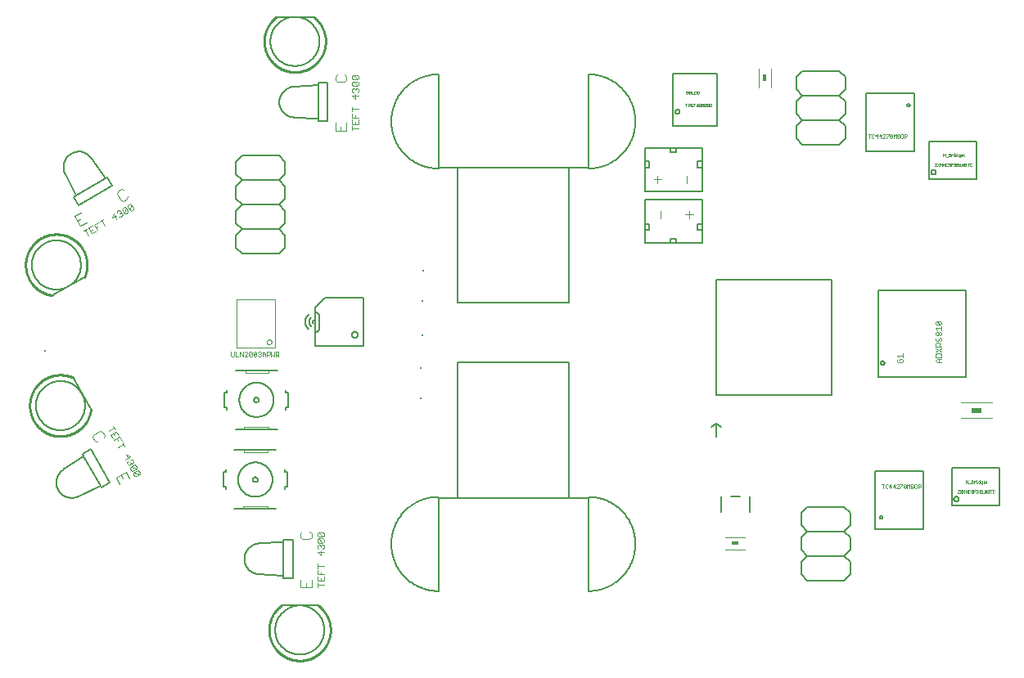
<source format=gto>
G75*
%MOIN*%
%OFA0B0*%
%FSLAX25Y25*%
%IPPOS*%
%LPD*%
%AMOC8*
5,1,8,0,0,1.08239X$1,22.5*
%
%ADD10C,0.00600*%
%ADD11C,0.00500*%
%ADD12C,0.00100*%
%ADD13C,0.00200*%
%ADD14C,0.00276*%
%ADD15R,0.02756X0.01181*%
%ADD16R,0.04331X0.02363*%
%ADD17R,0.01181X0.02756*%
%ADD18R,0.00787X0.00787*%
%ADD19C,0.00800*%
%ADD20C,0.01000*%
%ADD21C,0.00400*%
%ADD22C,0.00787*%
%ADD23C,0.00197*%
D10*
X0114985Y0099741D02*
X0118485Y0099741D01*
X0128485Y0099741D01*
X0131985Y0099741D01*
X0135485Y0107741D02*
X0135485Y0108741D01*
X0136485Y0108741D01*
X0136485Y0114741D01*
X0135485Y0114741D01*
X0135485Y0115741D01*
X0131985Y0123741D02*
X0128485Y0123741D01*
X0118985Y0123741D01*
X0114985Y0123741D01*
X0115485Y0132241D02*
X0118985Y0132241D01*
X0128985Y0132241D01*
X0132485Y0132241D01*
X0135985Y0140241D02*
X0135985Y0141241D01*
X0136985Y0141241D01*
X0136985Y0147241D01*
X0135985Y0147241D01*
X0135985Y0148241D01*
X0132485Y0156241D02*
X0128985Y0156241D01*
X0119485Y0156241D01*
X0115485Y0156241D01*
X0111985Y0148241D02*
X0111985Y0147241D01*
X0110985Y0147241D01*
X0110985Y0141241D01*
X0111985Y0141241D01*
X0111985Y0140241D01*
X0122985Y0144241D02*
X0122987Y0144304D01*
X0122993Y0144366D01*
X0123003Y0144428D01*
X0123016Y0144490D01*
X0123034Y0144550D01*
X0123055Y0144609D01*
X0123080Y0144667D01*
X0123109Y0144723D01*
X0123141Y0144777D01*
X0123176Y0144829D01*
X0123214Y0144878D01*
X0123256Y0144926D01*
X0123300Y0144970D01*
X0123348Y0145012D01*
X0123397Y0145050D01*
X0123449Y0145085D01*
X0123503Y0145117D01*
X0123559Y0145146D01*
X0123617Y0145171D01*
X0123676Y0145192D01*
X0123736Y0145210D01*
X0123798Y0145223D01*
X0123860Y0145233D01*
X0123922Y0145239D01*
X0123985Y0145241D01*
X0124048Y0145239D01*
X0124110Y0145233D01*
X0124172Y0145223D01*
X0124234Y0145210D01*
X0124294Y0145192D01*
X0124353Y0145171D01*
X0124411Y0145146D01*
X0124467Y0145117D01*
X0124521Y0145085D01*
X0124573Y0145050D01*
X0124622Y0145012D01*
X0124670Y0144970D01*
X0124714Y0144926D01*
X0124756Y0144878D01*
X0124794Y0144829D01*
X0124829Y0144777D01*
X0124861Y0144723D01*
X0124890Y0144667D01*
X0124915Y0144609D01*
X0124936Y0144550D01*
X0124954Y0144490D01*
X0124967Y0144428D01*
X0124977Y0144366D01*
X0124983Y0144304D01*
X0124985Y0144241D01*
X0124983Y0144178D01*
X0124977Y0144116D01*
X0124967Y0144054D01*
X0124954Y0143992D01*
X0124936Y0143932D01*
X0124915Y0143873D01*
X0124890Y0143815D01*
X0124861Y0143759D01*
X0124829Y0143705D01*
X0124794Y0143653D01*
X0124756Y0143604D01*
X0124714Y0143556D01*
X0124670Y0143512D01*
X0124622Y0143470D01*
X0124573Y0143432D01*
X0124521Y0143397D01*
X0124467Y0143365D01*
X0124411Y0143336D01*
X0124353Y0143311D01*
X0124294Y0143290D01*
X0124234Y0143272D01*
X0124172Y0143259D01*
X0124110Y0143249D01*
X0124048Y0143243D01*
X0123985Y0143241D01*
X0123922Y0143243D01*
X0123860Y0143249D01*
X0123798Y0143259D01*
X0123736Y0143272D01*
X0123676Y0143290D01*
X0123617Y0143311D01*
X0123559Y0143336D01*
X0123503Y0143365D01*
X0123449Y0143397D01*
X0123397Y0143432D01*
X0123348Y0143470D01*
X0123300Y0143512D01*
X0123256Y0143556D01*
X0123214Y0143604D01*
X0123176Y0143653D01*
X0123141Y0143705D01*
X0123109Y0143759D01*
X0123080Y0143815D01*
X0123055Y0143873D01*
X0123034Y0143932D01*
X0123016Y0143992D01*
X0123003Y0144054D01*
X0122993Y0144116D01*
X0122987Y0144178D01*
X0122985Y0144241D01*
X0116985Y0144241D02*
X0116987Y0144413D01*
X0116993Y0144584D01*
X0117004Y0144756D01*
X0117019Y0144927D01*
X0117038Y0145098D01*
X0117061Y0145268D01*
X0117088Y0145438D01*
X0117120Y0145607D01*
X0117155Y0145775D01*
X0117195Y0145942D01*
X0117239Y0146108D01*
X0117286Y0146273D01*
X0117338Y0146437D01*
X0117394Y0146599D01*
X0117454Y0146760D01*
X0117518Y0146920D01*
X0117586Y0147078D01*
X0117657Y0147234D01*
X0117732Y0147388D01*
X0117812Y0147541D01*
X0117894Y0147691D01*
X0117981Y0147840D01*
X0118071Y0147986D01*
X0118165Y0148130D01*
X0118262Y0148272D01*
X0118363Y0148411D01*
X0118467Y0148548D01*
X0118574Y0148682D01*
X0118685Y0148813D01*
X0118798Y0148942D01*
X0118915Y0149068D01*
X0119035Y0149191D01*
X0119158Y0149311D01*
X0119284Y0149428D01*
X0119413Y0149541D01*
X0119544Y0149652D01*
X0119678Y0149759D01*
X0119815Y0149863D01*
X0119954Y0149964D01*
X0120096Y0150061D01*
X0120240Y0150155D01*
X0120386Y0150245D01*
X0120535Y0150332D01*
X0120685Y0150414D01*
X0120838Y0150494D01*
X0120992Y0150569D01*
X0121148Y0150640D01*
X0121306Y0150708D01*
X0121466Y0150772D01*
X0121627Y0150832D01*
X0121789Y0150888D01*
X0121953Y0150940D01*
X0122118Y0150987D01*
X0122284Y0151031D01*
X0122451Y0151071D01*
X0122619Y0151106D01*
X0122788Y0151138D01*
X0122958Y0151165D01*
X0123128Y0151188D01*
X0123299Y0151207D01*
X0123470Y0151222D01*
X0123642Y0151233D01*
X0123813Y0151239D01*
X0123985Y0151241D01*
X0124157Y0151239D01*
X0124328Y0151233D01*
X0124500Y0151222D01*
X0124671Y0151207D01*
X0124842Y0151188D01*
X0125012Y0151165D01*
X0125182Y0151138D01*
X0125351Y0151106D01*
X0125519Y0151071D01*
X0125686Y0151031D01*
X0125852Y0150987D01*
X0126017Y0150940D01*
X0126181Y0150888D01*
X0126343Y0150832D01*
X0126504Y0150772D01*
X0126664Y0150708D01*
X0126822Y0150640D01*
X0126978Y0150569D01*
X0127132Y0150494D01*
X0127285Y0150414D01*
X0127435Y0150332D01*
X0127584Y0150245D01*
X0127730Y0150155D01*
X0127874Y0150061D01*
X0128016Y0149964D01*
X0128155Y0149863D01*
X0128292Y0149759D01*
X0128426Y0149652D01*
X0128557Y0149541D01*
X0128686Y0149428D01*
X0128812Y0149311D01*
X0128935Y0149191D01*
X0129055Y0149068D01*
X0129172Y0148942D01*
X0129285Y0148813D01*
X0129396Y0148682D01*
X0129503Y0148548D01*
X0129607Y0148411D01*
X0129708Y0148272D01*
X0129805Y0148130D01*
X0129899Y0147986D01*
X0129989Y0147840D01*
X0130076Y0147691D01*
X0130158Y0147541D01*
X0130238Y0147388D01*
X0130313Y0147234D01*
X0130384Y0147078D01*
X0130452Y0146920D01*
X0130516Y0146760D01*
X0130576Y0146599D01*
X0130632Y0146437D01*
X0130684Y0146273D01*
X0130731Y0146108D01*
X0130775Y0145942D01*
X0130815Y0145775D01*
X0130850Y0145607D01*
X0130882Y0145438D01*
X0130909Y0145268D01*
X0130932Y0145098D01*
X0130951Y0144927D01*
X0130966Y0144756D01*
X0130977Y0144584D01*
X0130983Y0144413D01*
X0130985Y0144241D01*
X0130983Y0144069D01*
X0130977Y0143898D01*
X0130966Y0143726D01*
X0130951Y0143555D01*
X0130932Y0143384D01*
X0130909Y0143214D01*
X0130882Y0143044D01*
X0130850Y0142875D01*
X0130815Y0142707D01*
X0130775Y0142540D01*
X0130731Y0142374D01*
X0130684Y0142209D01*
X0130632Y0142045D01*
X0130576Y0141883D01*
X0130516Y0141722D01*
X0130452Y0141562D01*
X0130384Y0141404D01*
X0130313Y0141248D01*
X0130238Y0141094D01*
X0130158Y0140941D01*
X0130076Y0140791D01*
X0129989Y0140642D01*
X0129899Y0140496D01*
X0129805Y0140352D01*
X0129708Y0140210D01*
X0129607Y0140071D01*
X0129503Y0139934D01*
X0129396Y0139800D01*
X0129285Y0139669D01*
X0129172Y0139540D01*
X0129055Y0139414D01*
X0128935Y0139291D01*
X0128812Y0139171D01*
X0128686Y0139054D01*
X0128557Y0138941D01*
X0128426Y0138830D01*
X0128292Y0138723D01*
X0128155Y0138619D01*
X0128016Y0138518D01*
X0127874Y0138421D01*
X0127730Y0138327D01*
X0127584Y0138237D01*
X0127435Y0138150D01*
X0127285Y0138068D01*
X0127132Y0137988D01*
X0126978Y0137913D01*
X0126822Y0137842D01*
X0126664Y0137774D01*
X0126504Y0137710D01*
X0126343Y0137650D01*
X0126181Y0137594D01*
X0126017Y0137542D01*
X0125852Y0137495D01*
X0125686Y0137451D01*
X0125519Y0137411D01*
X0125351Y0137376D01*
X0125182Y0137344D01*
X0125012Y0137317D01*
X0124842Y0137294D01*
X0124671Y0137275D01*
X0124500Y0137260D01*
X0124328Y0137249D01*
X0124157Y0137243D01*
X0123985Y0137241D01*
X0123813Y0137243D01*
X0123642Y0137249D01*
X0123470Y0137260D01*
X0123299Y0137275D01*
X0123128Y0137294D01*
X0122958Y0137317D01*
X0122788Y0137344D01*
X0122619Y0137376D01*
X0122451Y0137411D01*
X0122284Y0137451D01*
X0122118Y0137495D01*
X0121953Y0137542D01*
X0121789Y0137594D01*
X0121627Y0137650D01*
X0121466Y0137710D01*
X0121306Y0137774D01*
X0121148Y0137842D01*
X0120992Y0137913D01*
X0120838Y0137988D01*
X0120685Y0138068D01*
X0120535Y0138150D01*
X0120386Y0138237D01*
X0120240Y0138327D01*
X0120096Y0138421D01*
X0119954Y0138518D01*
X0119815Y0138619D01*
X0119678Y0138723D01*
X0119544Y0138830D01*
X0119413Y0138941D01*
X0119284Y0139054D01*
X0119158Y0139171D01*
X0119035Y0139291D01*
X0118915Y0139414D01*
X0118798Y0139540D01*
X0118685Y0139669D01*
X0118574Y0139800D01*
X0118467Y0139934D01*
X0118363Y0140071D01*
X0118262Y0140210D01*
X0118165Y0140352D01*
X0118071Y0140496D01*
X0117981Y0140642D01*
X0117894Y0140791D01*
X0117812Y0140941D01*
X0117732Y0141094D01*
X0117657Y0141248D01*
X0117586Y0141404D01*
X0117518Y0141562D01*
X0117454Y0141722D01*
X0117394Y0141883D01*
X0117338Y0142045D01*
X0117286Y0142209D01*
X0117239Y0142374D01*
X0117195Y0142540D01*
X0117155Y0142707D01*
X0117120Y0142875D01*
X0117088Y0143044D01*
X0117061Y0143214D01*
X0117038Y0143384D01*
X0117019Y0143555D01*
X0117004Y0143726D01*
X0116993Y0143898D01*
X0116987Y0144069D01*
X0116985Y0144241D01*
X0111485Y0115741D02*
X0111485Y0114741D01*
X0110485Y0114741D01*
X0110485Y0108741D01*
X0111485Y0108741D01*
X0111485Y0107741D01*
X0122485Y0111741D02*
X0122487Y0111804D01*
X0122493Y0111866D01*
X0122503Y0111928D01*
X0122516Y0111990D01*
X0122534Y0112050D01*
X0122555Y0112109D01*
X0122580Y0112167D01*
X0122609Y0112223D01*
X0122641Y0112277D01*
X0122676Y0112329D01*
X0122714Y0112378D01*
X0122756Y0112426D01*
X0122800Y0112470D01*
X0122848Y0112512D01*
X0122897Y0112550D01*
X0122949Y0112585D01*
X0123003Y0112617D01*
X0123059Y0112646D01*
X0123117Y0112671D01*
X0123176Y0112692D01*
X0123236Y0112710D01*
X0123298Y0112723D01*
X0123360Y0112733D01*
X0123422Y0112739D01*
X0123485Y0112741D01*
X0123548Y0112739D01*
X0123610Y0112733D01*
X0123672Y0112723D01*
X0123734Y0112710D01*
X0123794Y0112692D01*
X0123853Y0112671D01*
X0123911Y0112646D01*
X0123967Y0112617D01*
X0124021Y0112585D01*
X0124073Y0112550D01*
X0124122Y0112512D01*
X0124170Y0112470D01*
X0124214Y0112426D01*
X0124256Y0112378D01*
X0124294Y0112329D01*
X0124329Y0112277D01*
X0124361Y0112223D01*
X0124390Y0112167D01*
X0124415Y0112109D01*
X0124436Y0112050D01*
X0124454Y0111990D01*
X0124467Y0111928D01*
X0124477Y0111866D01*
X0124483Y0111804D01*
X0124485Y0111741D01*
X0124483Y0111678D01*
X0124477Y0111616D01*
X0124467Y0111554D01*
X0124454Y0111492D01*
X0124436Y0111432D01*
X0124415Y0111373D01*
X0124390Y0111315D01*
X0124361Y0111259D01*
X0124329Y0111205D01*
X0124294Y0111153D01*
X0124256Y0111104D01*
X0124214Y0111056D01*
X0124170Y0111012D01*
X0124122Y0110970D01*
X0124073Y0110932D01*
X0124021Y0110897D01*
X0123967Y0110865D01*
X0123911Y0110836D01*
X0123853Y0110811D01*
X0123794Y0110790D01*
X0123734Y0110772D01*
X0123672Y0110759D01*
X0123610Y0110749D01*
X0123548Y0110743D01*
X0123485Y0110741D01*
X0123422Y0110743D01*
X0123360Y0110749D01*
X0123298Y0110759D01*
X0123236Y0110772D01*
X0123176Y0110790D01*
X0123117Y0110811D01*
X0123059Y0110836D01*
X0123003Y0110865D01*
X0122949Y0110897D01*
X0122897Y0110932D01*
X0122848Y0110970D01*
X0122800Y0111012D01*
X0122756Y0111056D01*
X0122714Y0111104D01*
X0122676Y0111153D01*
X0122641Y0111205D01*
X0122609Y0111259D01*
X0122580Y0111315D01*
X0122555Y0111373D01*
X0122534Y0111432D01*
X0122516Y0111492D01*
X0122503Y0111554D01*
X0122493Y0111616D01*
X0122487Y0111678D01*
X0122485Y0111741D01*
X0116485Y0111741D02*
X0116487Y0111913D01*
X0116493Y0112084D01*
X0116504Y0112256D01*
X0116519Y0112427D01*
X0116538Y0112598D01*
X0116561Y0112768D01*
X0116588Y0112938D01*
X0116620Y0113107D01*
X0116655Y0113275D01*
X0116695Y0113442D01*
X0116739Y0113608D01*
X0116786Y0113773D01*
X0116838Y0113937D01*
X0116894Y0114099D01*
X0116954Y0114260D01*
X0117018Y0114420D01*
X0117086Y0114578D01*
X0117157Y0114734D01*
X0117232Y0114888D01*
X0117312Y0115041D01*
X0117394Y0115191D01*
X0117481Y0115340D01*
X0117571Y0115486D01*
X0117665Y0115630D01*
X0117762Y0115772D01*
X0117863Y0115911D01*
X0117967Y0116048D01*
X0118074Y0116182D01*
X0118185Y0116313D01*
X0118298Y0116442D01*
X0118415Y0116568D01*
X0118535Y0116691D01*
X0118658Y0116811D01*
X0118784Y0116928D01*
X0118913Y0117041D01*
X0119044Y0117152D01*
X0119178Y0117259D01*
X0119315Y0117363D01*
X0119454Y0117464D01*
X0119596Y0117561D01*
X0119740Y0117655D01*
X0119886Y0117745D01*
X0120035Y0117832D01*
X0120185Y0117914D01*
X0120338Y0117994D01*
X0120492Y0118069D01*
X0120648Y0118140D01*
X0120806Y0118208D01*
X0120966Y0118272D01*
X0121127Y0118332D01*
X0121289Y0118388D01*
X0121453Y0118440D01*
X0121618Y0118487D01*
X0121784Y0118531D01*
X0121951Y0118571D01*
X0122119Y0118606D01*
X0122288Y0118638D01*
X0122458Y0118665D01*
X0122628Y0118688D01*
X0122799Y0118707D01*
X0122970Y0118722D01*
X0123142Y0118733D01*
X0123313Y0118739D01*
X0123485Y0118741D01*
X0123657Y0118739D01*
X0123828Y0118733D01*
X0124000Y0118722D01*
X0124171Y0118707D01*
X0124342Y0118688D01*
X0124512Y0118665D01*
X0124682Y0118638D01*
X0124851Y0118606D01*
X0125019Y0118571D01*
X0125186Y0118531D01*
X0125352Y0118487D01*
X0125517Y0118440D01*
X0125681Y0118388D01*
X0125843Y0118332D01*
X0126004Y0118272D01*
X0126164Y0118208D01*
X0126322Y0118140D01*
X0126478Y0118069D01*
X0126632Y0117994D01*
X0126785Y0117914D01*
X0126935Y0117832D01*
X0127084Y0117745D01*
X0127230Y0117655D01*
X0127374Y0117561D01*
X0127516Y0117464D01*
X0127655Y0117363D01*
X0127792Y0117259D01*
X0127926Y0117152D01*
X0128057Y0117041D01*
X0128186Y0116928D01*
X0128312Y0116811D01*
X0128435Y0116691D01*
X0128555Y0116568D01*
X0128672Y0116442D01*
X0128785Y0116313D01*
X0128896Y0116182D01*
X0129003Y0116048D01*
X0129107Y0115911D01*
X0129208Y0115772D01*
X0129305Y0115630D01*
X0129399Y0115486D01*
X0129489Y0115340D01*
X0129576Y0115191D01*
X0129658Y0115041D01*
X0129738Y0114888D01*
X0129813Y0114734D01*
X0129884Y0114578D01*
X0129952Y0114420D01*
X0130016Y0114260D01*
X0130076Y0114099D01*
X0130132Y0113937D01*
X0130184Y0113773D01*
X0130231Y0113608D01*
X0130275Y0113442D01*
X0130315Y0113275D01*
X0130350Y0113107D01*
X0130382Y0112938D01*
X0130409Y0112768D01*
X0130432Y0112598D01*
X0130451Y0112427D01*
X0130466Y0112256D01*
X0130477Y0112084D01*
X0130483Y0111913D01*
X0130485Y0111741D01*
X0130483Y0111569D01*
X0130477Y0111398D01*
X0130466Y0111226D01*
X0130451Y0111055D01*
X0130432Y0110884D01*
X0130409Y0110714D01*
X0130382Y0110544D01*
X0130350Y0110375D01*
X0130315Y0110207D01*
X0130275Y0110040D01*
X0130231Y0109874D01*
X0130184Y0109709D01*
X0130132Y0109545D01*
X0130076Y0109383D01*
X0130016Y0109222D01*
X0129952Y0109062D01*
X0129884Y0108904D01*
X0129813Y0108748D01*
X0129738Y0108594D01*
X0129658Y0108441D01*
X0129576Y0108291D01*
X0129489Y0108142D01*
X0129399Y0107996D01*
X0129305Y0107852D01*
X0129208Y0107710D01*
X0129107Y0107571D01*
X0129003Y0107434D01*
X0128896Y0107300D01*
X0128785Y0107169D01*
X0128672Y0107040D01*
X0128555Y0106914D01*
X0128435Y0106791D01*
X0128312Y0106671D01*
X0128186Y0106554D01*
X0128057Y0106441D01*
X0127926Y0106330D01*
X0127792Y0106223D01*
X0127655Y0106119D01*
X0127516Y0106018D01*
X0127374Y0105921D01*
X0127230Y0105827D01*
X0127084Y0105737D01*
X0126935Y0105650D01*
X0126785Y0105568D01*
X0126632Y0105488D01*
X0126478Y0105413D01*
X0126322Y0105342D01*
X0126164Y0105274D01*
X0126004Y0105210D01*
X0125843Y0105150D01*
X0125681Y0105094D01*
X0125517Y0105042D01*
X0125352Y0104995D01*
X0125186Y0104951D01*
X0125019Y0104911D01*
X0124851Y0104876D01*
X0124682Y0104844D01*
X0124512Y0104817D01*
X0124342Y0104794D01*
X0124171Y0104775D01*
X0124000Y0104760D01*
X0123828Y0104749D01*
X0123657Y0104743D01*
X0123485Y0104741D01*
X0123313Y0104743D01*
X0123142Y0104749D01*
X0122970Y0104760D01*
X0122799Y0104775D01*
X0122628Y0104794D01*
X0122458Y0104817D01*
X0122288Y0104844D01*
X0122119Y0104876D01*
X0121951Y0104911D01*
X0121784Y0104951D01*
X0121618Y0104995D01*
X0121453Y0105042D01*
X0121289Y0105094D01*
X0121127Y0105150D01*
X0120966Y0105210D01*
X0120806Y0105274D01*
X0120648Y0105342D01*
X0120492Y0105413D01*
X0120338Y0105488D01*
X0120185Y0105568D01*
X0120035Y0105650D01*
X0119886Y0105737D01*
X0119740Y0105827D01*
X0119596Y0105921D01*
X0119454Y0106018D01*
X0119315Y0106119D01*
X0119178Y0106223D01*
X0119044Y0106330D01*
X0118913Y0106441D01*
X0118784Y0106554D01*
X0118658Y0106671D01*
X0118535Y0106791D01*
X0118415Y0106914D01*
X0118298Y0107040D01*
X0118185Y0107169D01*
X0118074Y0107300D01*
X0117967Y0107434D01*
X0117863Y0107571D01*
X0117762Y0107710D01*
X0117665Y0107852D01*
X0117571Y0107996D01*
X0117481Y0108142D01*
X0117394Y0108291D01*
X0117312Y0108441D01*
X0117232Y0108594D01*
X0117157Y0108748D01*
X0117086Y0108904D01*
X0117018Y0109062D01*
X0116954Y0109222D01*
X0116894Y0109383D01*
X0116838Y0109545D01*
X0116786Y0109709D01*
X0116739Y0109874D01*
X0116695Y0110040D01*
X0116655Y0110207D01*
X0116620Y0110375D01*
X0116588Y0110544D01*
X0116561Y0110714D01*
X0116538Y0110884D01*
X0116519Y0111055D01*
X0116504Y0111226D01*
X0116493Y0111398D01*
X0116487Y0111569D01*
X0116485Y0111741D01*
X0034138Y0141872D02*
X0034141Y0142117D01*
X0034150Y0142363D01*
X0034165Y0142608D01*
X0034186Y0142852D01*
X0034213Y0143096D01*
X0034246Y0143339D01*
X0034285Y0143582D01*
X0034330Y0143823D01*
X0034381Y0144063D01*
X0034438Y0144302D01*
X0034500Y0144539D01*
X0034569Y0144775D01*
X0034643Y0145009D01*
X0034723Y0145241D01*
X0034808Y0145471D01*
X0034899Y0145699D01*
X0034996Y0145924D01*
X0035098Y0146148D01*
X0035206Y0146368D01*
X0035319Y0146586D01*
X0035437Y0146801D01*
X0035561Y0147013D01*
X0035689Y0147222D01*
X0035823Y0147428D01*
X0035962Y0147630D01*
X0036106Y0147829D01*
X0036255Y0148024D01*
X0036408Y0148216D01*
X0036566Y0148404D01*
X0036728Y0148588D01*
X0036896Y0148767D01*
X0037067Y0148943D01*
X0037243Y0149114D01*
X0037422Y0149282D01*
X0037606Y0149444D01*
X0037794Y0149602D01*
X0037986Y0149755D01*
X0038181Y0149904D01*
X0038380Y0150048D01*
X0038582Y0150187D01*
X0038788Y0150321D01*
X0038997Y0150449D01*
X0039209Y0150573D01*
X0039424Y0150691D01*
X0039642Y0150804D01*
X0039862Y0150912D01*
X0040086Y0151014D01*
X0040311Y0151111D01*
X0040539Y0151202D01*
X0040769Y0151287D01*
X0041001Y0151367D01*
X0041235Y0151441D01*
X0041471Y0151510D01*
X0041708Y0151572D01*
X0041947Y0151629D01*
X0042187Y0151680D01*
X0042428Y0151725D01*
X0042671Y0151764D01*
X0042914Y0151797D01*
X0043158Y0151824D01*
X0043402Y0151845D01*
X0043647Y0151860D01*
X0043893Y0151869D01*
X0044138Y0151872D01*
X0044383Y0151869D01*
X0044629Y0151860D01*
X0044874Y0151845D01*
X0045118Y0151824D01*
X0045362Y0151797D01*
X0045605Y0151764D01*
X0045848Y0151725D01*
X0046089Y0151680D01*
X0046329Y0151629D01*
X0046568Y0151572D01*
X0046805Y0151510D01*
X0047041Y0151441D01*
X0047275Y0151367D01*
X0047507Y0151287D01*
X0047737Y0151202D01*
X0047965Y0151111D01*
X0048190Y0151014D01*
X0048414Y0150912D01*
X0048634Y0150804D01*
X0048852Y0150691D01*
X0049067Y0150573D01*
X0049279Y0150449D01*
X0049488Y0150321D01*
X0049694Y0150187D01*
X0049896Y0150048D01*
X0050095Y0149904D01*
X0050290Y0149755D01*
X0050482Y0149602D01*
X0050670Y0149444D01*
X0050854Y0149282D01*
X0051033Y0149114D01*
X0051209Y0148943D01*
X0051380Y0148767D01*
X0051548Y0148588D01*
X0051710Y0148404D01*
X0051868Y0148216D01*
X0052021Y0148024D01*
X0052170Y0147829D01*
X0052314Y0147630D01*
X0052453Y0147428D01*
X0052587Y0147222D01*
X0052715Y0147013D01*
X0052839Y0146801D01*
X0052957Y0146586D01*
X0053070Y0146368D01*
X0053178Y0146148D01*
X0053280Y0145924D01*
X0053377Y0145699D01*
X0053468Y0145471D01*
X0053553Y0145241D01*
X0053633Y0145009D01*
X0053707Y0144775D01*
X0053776Y0144539D01*
X0053838Y0144302D01*
X0053895Y0144063D01*
X0053946Y0143823D01*
X0053991Y0143582D01*
X0054030Y0143339D01*
X0054063Y0143096D01*
X0054090Y0142852D01*
X0054111Y0142608D01*
X0054126Y0142363D01*
X0054135Y0142117D01*
X0054138Y0141872D01*
X0054135Y0141627D01*
X0054126Y0141381D01*
X0054111Y0141136D01*
X0054090Y0140892D01*
X0054063Y0140648D01*
X0054030Y0140405D01*
X0053991Y0140162D01*
X0053946Y0139921D01*
X0053895Y0139681D01*
X0053838Y0139442D01*
X0053776Y0139205D01*
X0053707Y0138969D01*
X0053633Y0138735D01*
X0053553Y0138503D01*
X0053468Y0138273D01*
X0053377Y0138045D01*
X0053280Y0137820D01*
X0053178Y0137596D01*
X0053070Y0137376D01*
X0052957Y0137158D01*
X0052839Y0136943D01*
X0052715Y0136731D01*
X0052587Y0136522D01*
X0052453Y0136316D01*
X0052314Y0136114D01*
X0052170Y0135915D01*
X0052021Y0135720D01*
X0051868Y0135528D01*
X0051710Y0135340D01*
X0051548Y0135156D01*
X0051380Y0134977D01*
X0051209Y0134801D01*
X0051033Y0134630D01*
X0050854Y0134462D01*
X0050670Y0134300D01*
X0050482Y0134142D01*
X0050290Y0133989D01*
X0050095Y0133840D01*
X0049896Y0133696D01*
X0049694Y0133557D01*
X0049488Y0133423D01*
X0049279Y0133295D01*
X0049067Y0133171D01*
X0048852Y0133053D01*
X0048634Y0132940D01*
X0048414Y0132832D01*
X0048190Y0132730D01*
X0047965Y0132633D01*
X0047737Y0132542D01*
X0047507Y0132457D01*
X0047275Y0132377D01*
X0047041Y0132303D01*
X0046805Y0132234D01*
X0046568Y0132172D01*
X0046329Y0132115D01*
X0046089Y0132064D01*
X0045848Y0132019D01*
X0045605Y0131980D01*
X0045362Y0131947D01*
X0045118Y0131920D01*
X0044874Y0131899D01*
X0044629Y0131884D01*
X0044383Y0131875D01*
X0044138Y0131872D01*
X0043893Y0131875D01*
X0043647Y0131884D01*
X0043402Y0131899D01*
X0043158Y0131920D01*
X0042914Y0131947D01*
X0042671Y0131980D01*
X0042428Y0132019D01*
X0042187Y0132064D01*
X0041947Y0132115D01*
X0041708Y0132172D01*
X0041471Y0132234D01*
X0041235Y0132303D01*
X0041001Y0132377D01*
X0040769Y0132457D01*
X0040539Y0132542D01*
X0040311Y0132633D01*
X0040086Y0132730D01*
X0039862Y0132832D01*
X0039642Y0132940D01*
X0039424Y0133053D01*
X0039209Y0133171D01*
X0038997Y0133295D01*
X0038788Y0133423D01*
X0038582Y0133557D01*
X0038380Y0133696D01*
X0038181Y0133840D01*
X0037986Y0133989D01*
X0037794Y0134142D01*
X0037606Y0134300D01*
X0037422Y0134462D01*
X0037243Y0134630D01*
X0037067Y0134801D01*
X0036896Y0134977D01*
X0036728Y0135156D01*
X0036566Y0135340D01*
X0036408Y0135528D01*
X0036255Y0135720D01*
X0036106Y0135915D01*
X0035962Y0136114D01*
X0035823Y0136316D01*
X0035689Y0136522D01*
X0035561Y0136731D01*
X0035437Y0136943D01*
X0035319Y0137158D01*
X0035206Y0137376D01*
X0035098Y0137596D01*
X0034996Y0137820D01*
X0034899Y0138045D01*
X0034808Y0138273D01*
X0034723Y0138503D01*
X0034643Y0138735D01*
X0034569Y0138969D01*
X0034500Y0139205D01*
X0034438Y0139442D01*
X0034381Y0139681D01*
X0034330Y0139921D01*
X0034285Y0140162D01*
X0034246Y0140405D01*
X0034213Y0140648D01*
X0034186Y0140892D01*
X0034165Y0141136D01*
X0034150Y0141381D01*
X0034141Y0141627D01*
X0034138Y0141872D01*
X0032471Y0199201D02*
X0032474Y0199446D01*
X0032483Y0199692D01*
X0032498Y0199937D01*
X0032519Y0200181D01*
X0032546Y0200425D01*
X0032579Y0200668D01*
X0032618Y0200911D01*
X0032663Y0201152D01*
X0032714Y0201392D01*
X0032771Y0201631D01*
X0032833Y0201868D01*
X0032902Y0202104D01*
X0032976Y0202338D01*
X0033056Y0202570D01*
X0033141Y0202800D01*
X0033232Y0203028D01*
X0033329Y0203253D01*
X0033431Y0203477D01*
X0033539Y0203697D01*
X0033652Y0203915D01*
X0033770Y0204130D01*
X0033894Y0204342D01*
X0034022Y0204551D01*
X0034156Y0204757D01*
X0034295Y0204959D01*
X0034439Y0205158D01*
X0034588Y0205353D01*
X0034741Y0205545D01*
X0034899Y0205733D01*
X0035061Y0205917D01*
X0035229Y0206096D01*
X0035400Y0206272D01*
X0035576Y0206443D01*
X0035755Y0206611D01*
X0035939Y0206773D01*
X0036127Y0206931D01*
X0036319Y0207084D01*
X0036514Y0207233D01*
X0036713Y0207377D01*
X0036915Y0207516D01*
X0037121Y0207650D01*
X0037330Y0207778D01*
X0037542Y0207902D01*
X0037757Y0208020D01*
X0037975Y0208133D01*
X0038195Y0208241D01*
X0038419Y0208343D01*
X0038644Y0208440D01*
X0038872Y0208531D01*
X0039102Y0208616D01*
X0039334Y0208696D01*
X0039568Y0208770D01*
X0039804Y0208839D01*
X0040041Y0208901D01*
X0040280Y0208958D01*
X0040520Y0209009D01*
X0040761Y0209054D01*
X0041004Y0209093D01*
X0041247Y0209126D01*
X0041491Y0209153D01*
X0041735Y0209174D01*
X0041980Y0209189D01*
X0042226Y0209198D01*
X0042471Y0209201D01*
X0042716Y0209198D01*
X0042962Y0209189D01*
X0043207Y0209174D01*
X0043451Y0209153D01*
X0043695Y0209126D01*
X0043938Y0209093D01*
X0044181Y0209054D01*
X0044422Y0209009D01*
X0044662Y0208958D01*
X0044901Y0208901D01*
X0045138Y0208839D01*
X0045374Y0208770D01*
X0045608Y0208696D01*
X0045840Y0208616D01*
X0046070Y0208531D01*
X0046298Y0208440D01*
X0046523Y0208343D01*
X0046747Y0208241D01*
X0046967Y0208133D01*
X0047185Y0208020D01*
X0047400Y0207902D01*
X0047612Y0207778D01*
X0047821Y0207650D01*
X0048027Y0207516D01*
X0048229Y0207377D01*
X0048428Y0207233D01*
X0048623Y0207084D01*
X0048815Y0206931D01*
X0049003Y0206773D01*
X0049187Y0206611D01*
X0049366Y0206443D01*
X0049542Y0206272D01*
X0049713Y0206096D01*
X0049881Y0205917D01*
X0050043Y0205733D01*
X0050201Y0205545D01*
X0050354Y0205353D01*
X0050503Y0205158D01*
X0050647Y0204959D01*
X0050786Y0204757D01*
X0050920Y0204551D01*
X0051048Y0204342D01*
X0051172Y0204130D01*
X0051290Y0203915D01*
X0051403Y0203697D01*
X0051511Y0203477D01*
X0051613Y0203253D01*
X0051710Y0203028D01*
X0051801Y0202800D01*
X0051886Y0202570D01*
X0051966Y0202338D01*
X0052040Y0202104D01*
X0052109Y0201868D01*
X0052171Y0201631D01*
X0052228Y0201392D01*
X0052279Y0201152D01*
X0052324Y0200911D01*
X0052363Y0200668D01*
X0052396Y0200425D01*
X0052423Y0200181D01*
X0052444Y0199937D01*
X0052459Y0199692D01*
X0052468Y0199446D01*
X0052471Y0199201D01*
X0052468Y0198956D01*
X0052459Y0198710D01*
X0052444Y0198465D01*
X0052423Y0198221D01*
X0052396Y0197977D01*
X0052363Y0197734D01*
X0052324Y0197491D01*
X0052279Y0197250D01*
X0052228Y0197010D01*
X0052171Y0196771D01*
X0052109Y0196534D01*
X0052040Y0196298D01*
X0051966Y0196064D01*
X0051886Y0195832D01*
X0051801Y0195602D01*
X0051710Y0195374D01*
X0051613Y0195149D01*
X0051511Y0194925D01*
X0051403Y0194705D01*
X0051290Y0194487D01*
X0051172Y0194272D01*
X0051048Y0194060D01*
X0050920Y0193851D01*
X0050786Y0193645D01*
X0050647Y0193443D01*
X0050503Y0193244D01*
X0050354Y0193049D01*
X0050201Y0192857D01*
X0050043Y0192669D01*
X0049881Y0192485D01*
X0049713Y0192306D01*
X0049542Y0192130D01*
X0049366Y0191959D01*
X0049187Y0191791D01*
X0049003Y0191629D01*
X0048815Y0191471D01*
X0048623Y0191318D01*
X0048428Y0191169D01*
X0048229Y0191025D01*
X0048027Y0190886D01*
X0047821Y0190752D01*
X0047612Y0190624D01*
X0047400Y0190500D01*
X0047185Y0190382D01*
X0046967Y0190269D01*
X0046747Y0190161D01*
X0046523Y0190059D01*
X0046298Y0189962D01*
X0046070Y0189871D01*
X0045840Y0189786D01*
X0045608Y0189706D01*
X0045374Y0189632D01*
X0045138Y0189563D01*
X0044901Y0189501D01*
X0044662Y0189444D01*
X0044422Y0189393D01*
X0044181Y0189348D01*
X0043938Y0189309D01*
X0043695Y0189276D01*
X0043451Y0189249D01*
X0043207Y0189228D01*
X0042962Y0189213D01*
X0042716Y0189204D01*
X0042471Y0189201D01*
X0042226Y0189204D01*
X0041980Y0189213D01*
X0041735Y0189228D01*
X0041491Y0189249D01*
X0041247Y0189276D01*
X0041004Y0189309D01*
X0040761Y0189348D01*
X0040520Y0189393D01*
X0040280Y0189444D01*
X0040041Y0189501D01*
X0039804Y0189563D01*
X0039568Y0189632D01*
X0039334Y0189706D01*
X0039102Y0189786D01*
X0038872Y0189871D01*
X0038644Y0189962D01*
X0038419Y0190059D01*
X0038195Y0190161D01*
X0037975Y0190269D01*
X0037757Y0190382D01*
X0037542Y0190500D01*
X0037330Y0190624D01*
X0037121Y0190752D01*
X0036915Y0190886D01*
X0036713Y0191025D01*
X0036514Y0191169D01*
X0036319Y0191318D01*
X0036127Y0191471D01*
X0035939Y0191629D01*
X0035755Y0191791D01*
X0035576Y0191959D01*
X0035400Y0192130D01*
X0035229Y0192306D01*
X0035061Y0192485D01*
X0034899Y0192669D01*
X0034741Y0192857D01*
X0034588Y0193049D01*
X0034439Y0193244D01*
X0034295Y0193443D01*
X0034156Y0193645D01*
X0034022Y0193851D01*
X0033894Y0194060D01*
X0033770Y0194272D01*
X0033652Y0194487D01*
X0033539Y0194705D01*
X0033431Y0194925D01*
X0033329Y0195149D01*
X0033232Y0195374D01*
X0033141Y0195602D01*
X0033056Y0195832D01*
X0032976Y0196064D01*
X0032902Y0196298D01*
X0032833Y0196534D01*
X0032771Y0196771D01*
X0032714Y0197010D01*
X0032663Y0197250D01*
X0032618Y0197491D01*
X0032579Y0197734D01*
X0032546Y0197977D01*
X0032519Y0198221D01*
X0032498Y0198465D01*
X0032483Y0198710D01*
X0032474Y0198956D01*
X0032471Y0199201D01*
X0115603Y0206265D02*
X0118103Y0203765D01*
X0133103Y0203765D01*
X0135603Y0206265D01*
X0135603Y0211265D01*
X0133103Y0213765D01*
X0118103Y0213765D01*
X0115603Y0216265D01*
X0115603Y0221265D01*
X0118103Y0223765D01*
X0133103Y0223765D01*
X0135603Y0226265D01*
X0135603Y0231265D01*
X0133103Y0233765D01*
X0135603Y0236265D01*
X0135603Y0241265D01*
X0133103Y0243765D01*
X0118103Y0243765D01*
X0115603Y0241265D01*
X0115603Y0236265D01*
X0118103Y0233765D01*
X0133103Y0233765D01*
X0133103Y0223765D02*
X0135603Y0221265D01*
X0135603Y0216265D01*
X0133103Y0213765D01*
X0118103Y0213765D02*
X0115603Y0211265D01*
X0115603Y0206265D01*
X0118103Y0223765D02*
X0115603Y0226265D01*
X0115603Y0231265D01*
X0118103Y0233765D01*
X0129635Y0290304D02*
X0129638Y0290549D01*
X0129647Y0290795D01*
X0129662Y0291040D01*
X0129683Y0291284D01*
X0129710Y0291528D01*
X0129743Y0291771D01*
X0129782Y0292014D01*
X0129827Y0292255D01*
X0129878Y0292495D01*
X0129935Y0292734D01*
X0129997Y0292971D01*
X0130066Y0293207D01*
X0130140Y0293441D01*
X0130220Y0293673D01*
X0130305Y0293903D01*
X0130396Y0294131D01*
X0130493Y0294356D01*
X0130595Y0294580D01*
X0130703Y0294800D01*
X0130816Y0295018D01*
X0130934Y0295233D01*
X0131058Y0295445D01*
X0131186Y0295654D01*
X0131320Y0295860D01*
X0131459Y0296062D01*
X0131603Y0296261D01*
X0131752Y0296456D01*
X0131905Y0296648D01*
X0132063Y0296836D01*
X0132225Y0297020D01*
X0132393Y0297199D01*
X0132564Y0297375D01*
X0132740Y0297546D01*
X0132919Y0297714D01*
X0133103Y0297876D01*
X0133291Y0298034D01*
X0133483Y0298187D01*
X0133678Y0298336D01*
X0133877Y0298480D01*
X0134079Y0298619D01*
X0134285Y0298753D01*
X0134494Y0298881D01*
X0134706Y0299005D01*
X0134921Y0299123D01*
X0135139Y0299236D01*
X0135359Y0299344D01*
X0135583Y0299446D01*
X0135808Y0299543D01*
X0136036Y0299634D01*
X0136266Y0299719D01*
X0136498Y0299799D01*
X0136732Y0299873D01*
X0136968Y0299942D01*
X0137205Y0300004D01*
X0137444Y0300061D01*
X0137684Y0300112D01*
X0137925Y0300157D01*
X0138168Y0300196D01*
X0138411Y0300229D01*
X0138655Y0300256D01*
X0138899Y0300277D01*
X0139144Y0300292D01*
X0139390Y0300301D01*
X0139635Y0300304D01*
X0139880Y0300301D01*
X0140126Y0300292D01*
X0140371Y0300277D01*
X0140615Y0300256D01*
X0140859Y0300229D01*
X0141102Y0300196D01*
X0141345Y0300157D01*
X0141586Y0300112D01*
X0141826Y0300061D01*
X0142065Y0300004D01*
X0142302Y0299942D01*
X0142538Y0299873D01*
X0142772Y0299799D01*
X0143004Y0299719D01*
X0143234Y0299634D01*
X0143462Y0299543D01*
X0143687Y0299446D01*
X0143911Y0299344D01*
X0144131Y0299236D01*
X0144349Y0299123D01*
X0144564Y0299005D01*
X0144776Y0298881D01*
X0144985Y0298753D01*
X0145191Y0298619D01*
X0145393Y0298480D01*
X0145592Y0298336D01*
X0145787Y0298187D01*
X0145979Y0298034D01*
X0146167Y0297876D01*
X0146351Y0297714D01*
X0146530Y0297546D01*
X0146706Y0297375D01*
X0146877Y0297199D01*
X0147045Y0297020D01*
X0147207Y0296836D01*
X0147365Y0296648D01*
X0147518Y0296456D01*
X0147667Y0296261D01*
X0147811Y0296062D01*
X0147950Y0295860D01*
X0148084Y0295654D01*
X0148212Y0295445D01*
X0148336Y0295233D01*
X0148454Y0295018D01*
X0148567Y0294800D01*
X0148675Y0294580D01*
X0148777Y0294356D01*
X0148874Y0294131D01*
X0148965Y0293903D01*
X0149050Y0293673D01*
X0149130Y0293441D01*
X0149204Y0293207D01*
X0149273Y0292971D01*
X0149335Y0292734D01*
X0149392Y0292495D01*
X0149443Y0292255D01*
X0149488Y0292014D01*
X0149527Y0291771D01*
X0149560Y0291528D01*
X0149587Y0291284D01*
X0149608Y0291040D01*
X0149623Y0290795D01*
X0149632Y0290549D01*
X0149635Y0290304D01*
X0149632Y0290059D01*
X0149623Y0289813D01*
X0149608Y0289568D01*
X0149587Y0289324D01*
X0149560Y0289080D01*
X0149527Y0288837D01*
X0149488Y0288594D01*
X0149443Y0288353D01*
X0149392Y0288113D01*
X0149335Y0287874D01*
X0149273Y0287637D01*
X0149204Y0287401D01*
X0149130Y0287167D01*
X0149050Y0286935D01*
X0148965Y0286705D01*
X0148874Y0286477D01*
X0148777Y0286252D01*
X0148675Y0286028D01*
X0148567Y0285808D01*
X0148454Y0285590D01*
X0148336Y0285375D01*
X0148212Y0285163D01*
X0148084Y0284954D01*
X0147950Y0284748D01*
X0147811Y0284546D01*
X0147667Y0284347D01*
X0147518Y0284152D01*
X0147365Y0283960D01*
X0147207Y0283772D01*
X0147045Y0283588D01*
X0146877Y0283409D01*
X0146706Y0283233D01*
X0146530Y0283062D01*
X0146351Y0282894D01*
X0146167Y0282732D01*
X0145979Y0282574D01*
X0145787Y0282421D01*
X0145592Y0282272D01*
X0145393Y0282128D01*
X0145191Y0281989D01*
X0144985Y0281855D01*
X0144776Y0281727D01*
X0144564Y0281603D01*
X0144349Y0281485D01*
X0144131Y0281372D01*
X0143911Y0281264D01*
X0143687Y0281162D01*
X0143462Y0281065D01*
X0143234Y0280974D01*
X0143004Y0280889D01*
X0142772Y0280809D01*
X0142538Y0280735D01*
X0142302Y0280666D01*
X0142065Y0280604D01*
X0141826Y0280547D01*
X0141586Y0280496D01*
X0141345Y0280451D01*
X0141102Y0280412D01*
X0140859Y0280379D01*
X0140615Y0280352D01*
X0140371Y0280331D01*
X0140126Y0280316D01*
X0139880Y0280307D01*
X0139635Y0280304D01*
X0139390Y0280307D01*
X0139144Y0280316D01*
X0138899Y0280331D01*
X0138655Y0280352D01*
X0138411Y0280379D01*
X0138168Y0280412D01*
X0137925Y0280451D01*
X0137684Y0280496D01*
X0137444Y0280547D01*
X0137205Y0280604D01*
X0136968Y0280666D01*
X0136732Y0280735D01*
X0136498Y0280809D01*
X0136266Y0280889D01*
X0136036Y0280974D01*
X0135808Y0281065D01*
X0135583Y0281162D01*
X0135359Y0281264D01*
X0135139Y0281372D01*
X0134921Y0281485D01*
X0134706Y0281603D01*
X0134494Y0281727D01*
X0134285Y0281855D01*
X0134079Y0281989D01*
X0133877Y0282128D01*
X0133678Y0282272D01*
X0133483Y0282421D01*
X0133291Y0282574D01*
X0133103Y0282732D01*
X0132919Y0282894D01*
X0132740Y0283062D01*
X0132564Y0283233D01*
X0132393Y0283409D01*
X0132225Y0283588D01*
X0132063Y0283772D01*
X0131905Y0283960D01*
X0131752Y0284152D01*
X0131603Y0284347D01*
X0131459Y0284546D01*
X0131320Y0284748D01*
X0131186Y0284954D01*
X0131058Y0285163D01*
X0130934Y0285375D01*
X0130816Y0285590D01*
X0130703Y0285808D01*
X0130595Y0286028D01*
X0130493Y0286252D01*
X0130396Y0286477D01*
X0130305Y0286705D01*
X0130220Y0286935D01*
X0130140Y0287167D01*
X0130066Y0287401D01*
X0129997Y0287637D01*
X0129935Y0287874D01*
X0129878Y0288113D01*
X0129827Y0288353D01*
X0129782Y0288594D01*
X0129743Y0288837D01*
X0129710Y0289080D01*
X0129683Y0289324D01*
X0129662Y0289568D01*
X0129647Y0289813D01*
X0129638Y0290059D01*
X0129635Y0290304D01*
X0343769Y0275678D02*
X0343769Y0270678D01*
X0346269Y0268178D01*
X0361269Y0268178D01*
X0363769Y0270678D01*
X0363769Y0275678D01*
X0361269Y0278178D01*
X0346269Y0278178D01*
X0343769Y0275678D01*
X0346269Y0268178D02*
X0343769Y0265678D01*
X0343769Y0260678D01*
X0346269Y0258178D01*
X0361269Y0258178D01*
X0363769Y0260678D01*
X0363769Y0265678D01*
X0361269Y0268178D01*
X0361269Y0258178D02*
X0363769Y0255678D01*
X0363769Y0250678D01*
X0361269Y0248178D01*
X0346269Y0248178D01*
X0343769Y0250678D01*
X0343769Y0255678D01*
X0346269Y0258178D01*
X0324981Y0104969D02*
X0324784Y0104969D01*
X0324981Y0104969D02*
X0324981Y0098591D01*
X0324784Y0098591D01*
X0320847Y0104969D02*
X0317304Y0104969D01*
X0313367Y0104969D02*
X0313170Y0104969D01*
X0313170Y0098591D01*
X0313367Y0098591D01*
X0345737Y0098080D02*
X0345737Y0093080D01*
X0348237Y0090580D01*
X0363237Y0090580D01*
X0365737Y0088080D01*
X0365737Y0083080D01*
X0363237Y0080580D01*
X0365737Y0078080D01*
X0365737Y0073080D01*
X0363237Y0070580D01*
X0348237Y0070580D01*
X0345737Y0073080D01*
X0345737Y0078080D01*
X0348237Y0080580D01*
X0363237Y0080580D01*
X0363237Y0090580D02*
X0365737Y0093080D01*
X0365737Y0098080D01*
X0363237Y0100580D01*
X0348237Y0100580D01*
X0345737Y0098080D01*
X0348237Y0090580D02*
X0345737Y0088080D01*
X0345737Y0083080D01*
X0348237Y0080580D01*
X0131603Y0050422D02*
X0131606Y0050667D01*
X0131615Y0050913D01*
X0131630Y0051158D01*
X0131651Y0051402D01*
X0131678Y0051646D01*
X0131711Y0051889D01*
X0131750Y0052132D01*
X0131795Y0052373D01*
X0131846Y0052613D01*
X0131903Y0052852D01*
X0131965Y0053089D01*
X0132034Y0053325D01*
X0132108Y0053559D01*
X0132188Y0053791D01*
X0132273Y0054021D01*
X0132364Y0054249D01*
X0132461Y0054474D01*
X0132563Y0054698D01*
X0132671Y0054918D01*
X0132784Y0055136D01*
X0132902Y0055351D01*
X0133026Y0055563D01*
X0133154Y0055772D01*
X0133288Y0055978D01*
X0133427Y0056180D01*
X0133571Y0056379D01*
X0133720Y0056574D01*
X0133873Y0056766D01*
X0134031Y0056954D01*
X0134193Y0057138D01*
X0134361Y0057317D01*
X0134532Y0057493D01*
X0134708Y0057664D01*
X0134887Y0057832D01*
X0135071Y0057994D01*
X0135259Y0058152D01*
X0135451Y0058305D01*
X0135646Y0058454D01*
X0135845Y0058598D01*
X0136047Y0058737D01*
X0136253Y0058871D01*
X0136462Y0058999D01*
X0136674Y0059123D01*
X0136889Y0059241D01*
X0137107Y0059354D01*
X0137327Y0059462D01*
X0137551Y0059564D01*
X0137776Y0059661D01*
X0138004Y0059752D01*
X0138234Y0059837D01*
X0138466Y0059917D01*
X0138700Y0059991D01*
X0138936Y0060060D01*
X0139173Y0060122D01*
X0139412Y0060179D01*
X0139652Y0060230D01*
X0139893Y0060275D01*
X0140136Y0060314D01*
X0140379Y0060347D01*
X0140623Y0060374D01*
X0140867Y0060395D01*
X0141112Y0060410D01*
X0141358Y0060419D01*
X0141603Y0060422D01*
X0141848Y0060419D01*
X0142094Y0060410D01*
X0142339Y0060395D01*
X0142583Y0060374D01*
X0142827Y0060347D01*
X0143070Y0060314D01*
X0143313Y0060275D01*
X0143554Y0060230D01*
X0143794Y0060179D01*
X0144033Y0060122D01*
X0144270Y0060060D01*
X0144506Y0059991D01*
X0144740Y0059917D01*
X0144972Y0059837D01*
X0145202Y0059752D01*
X0145430Y0059661D01*
X0145655Y0059564D01*
X0145879Y0059462D01*
X0146099Y0059354D01*
X0146317Y0059241D01*
X0146532Y0059123D01*
X0146744Y0058999D01*
X0146953Y0058871D01*
X0147159Y0058737D01*
X0147361Y0058598D01*
X0147560Y0058454D01*
X0147755Y0058305D01*
X0147947Y0058152D01*
X0148135Y0057994D01*
X0148319Y0057832D01*
X0148498Y0057664D01*
X0148674Y0057493D01*
X0148845Y0057317D01*
X0149013Y0057138D01*
X0149175Y0056954D01*
X0149333Y0056766D01*
X0149486Y0056574D01*
X0149635Y0056379D01*
X0149779Y0056180D01*
X0149918Y0055978D01*
X0150052Y0055772D01*
X0150180Y0055563D01*
X0150304Y0055351D01*
X0150422Y0055136D01*
X0150535Y0054918D01*
X0150643Y0054698D01*
X0150745Y0054474D01*
X0150842Y0054249D01*
X0150933Y0054021D01*
X0151018Y0053791D01*
X0151098Y0053559D01*
X0151172Y0053325D01*
X0151241Y0053089D01*
X0151303Y0052852D01*
X0151360Y0052613D01*
X0151411Y0052373D01*
X0151456Y0052132D01*
X0151495Y0051889D01*
X0151528Y0051646D01*
X0151555Y0051402D01*
X0151576Y0051158D01*
X0151591Y0050913D01*
X0151600Y0050667D01*
X0151603Y0050422D01*
X0151600Y0050177D01*
X0151591Y0049931D01*
X0151576Y0049686D01*
X0151555Y0049442D01*
X0151528Y0049198D01*
X0151495Y0048955D01*
X0151456Y0048712D01*
X0151411Y0048471D01*
X0151360Y0048231D01*
X0151303Y0047992D01*
X0151241Y0047755D01*
X0151172Y0047519D01*
X0151098Y0047285D01*
X0151018Y0047053D01*
X0150933Y0046823D01*
X0150842Y0046595D01*
X0150745Y0046370D01*
X0150643Y0046146D01*
X0150535Y0045926D01*
X0150422Y0045708D01*
X0150304Y0045493D01*
X0150180Y0045281D01*
X0150052Y0045072D01*
X0149918Y0044866D01*
X0149779Y0044664D01*
X0149635Y0044465D01*
X0149486Y0044270D01*
X0149333Y0044078D01*
X0149175Y0043890D01*
X0149013Y0043706D01*
X0148845Y0043527D01*
X0148674Y0043351D01*
X0148498Y0043180D01*
X0148319Y0043012D01*
X0148135Y0042850D01*
X0147947Y0042692D01*
X0147755Y0042539D01*
X0147560Y0042390D01*
X0147361Y0042246D01*
X0147159Y0042107D01*
X0146953Y0041973D01*
X0146744Y0041845D01*
X0146532Y0041721D01*
X0146317Y0041603D01*
X0146099Y0041490D01*
X0145879Y0041382D01*
X0145655Y0041280D01*
X0145430Y0041183D01*
X0145202Y0041092D01*
X0144972Y0041007D01*
X0144740Y0040927D01*
X0144506Y0040853D01*
X0144270Y0040784D01*
X0144033Y0040722D01*
X0143794Y0040665D01*
X0143554Y0040614D01*
X0143313Y0040569D01*
X0143070Y0040530D01*
X0142827Y0040497D01*
X0142583Y0040470D01*
X0142339Y0040449D01*
X0142094Y0040434D01*
X0141848Y0040425D01*
X0141603Y0040422D01*
X0141358Y0040425D01*
X0141112Y0040434D01*
X0140867Y0040449D01*
X0140623Y0040470D01*
X0140379Y0040497D01*
X0140136Y0040530D01*
X0139893Y0040569D01*
X0139652Y0040614D01*
X0139412Y0040665D01*
X0139173Y0040722D01*
X0138936Y0040784D01*
X0138700Y0040853D01*
X0138466Y0040927D01*
X0138234Y0041007D01*
X0138004Y0041092D01*
X0137776Y0041183D01*
X0137551Y0041280D01*
X0137327Y0041382D01*
X0137107Y0041490D01*
X0136889Y0041603D01*
X0136674Y0041721D01*
X0136462Y0041845D01*
X0136253Y0041973D01*
X0136047Y0042107D01*
X0135845Y0042246D01*
X0135646Y0042390D01*
X0135451Y0042539D01*
X0135259Y0042692D01*
X0135071Y0042850D01*
X0134887Y0043012D01*
X0134708Y0043180D01*
X0134532Y0043351D01*
X0134361Y0043527D01*
X0134193Y0043706D01*
X0134031Y0043890D01*
X0133873Y0044078D01*
X0133720Y0044270D01*
X0133571Y0044465D01*
X0133427Y0044664D01*
X0133288Y0044866D01*
X0133154Y0045072D01*
X0133026Y0045281D01*
X0132902Y0045493D01*
X0132784Y0045708D01*
X0132671Y0045926D01*
X0132563Y0046146D01*
X0132461Y0046370D01*
X0132364Y0046595D01*
X0132273Y0046823D01*
X0132188Y0047053D01*
X0132108Y0047285D01*
X0132034Y0047519D01*
X0131965Y0047755D01*
X0131903Y0047992D01*
X0131846Y0048231D01*
X0131795Y0048471D01*
X0131750Y0048712D01*
X0131711Y0048955D01*
X0131678Y0049198D01*
X0131651Y0049442D01*
X0131630Y0049686D01*
X0131615Y0049931D01*
X0131606Y0050177D01*
X0131603Y0050422D01*
D11*
X0134831Y0072548D02*
X0124980Y0073164D01*
X0119084Y0079438D02*
X0119086Y0079593D01*
X0119092Y0079749D01*
X0119101Y0079904D01*
X0119115Y0080059D01*
X0119132Y0080213D01*
X0119153Y0080367D01*
X0119178Y0080521D01*
X0119207Y0080673D01*
X0119239Y0080825D01*
X0119276Y0080977D01*
X0119316Y0081127D01*
X0119359Y0081276D01*
X0119407Y0081424D01*
X0119458Y0081571D01*
X0119512Y0081717D01*
X0119570Y0081861D01*
X0119632Y0082003D01*
X0119697Y0082145D01*
X0119766Y0082284D01*
X0119838Y0082422D01*
X0119914Y0082558D01*
X0119992Y0082692D01*
X0120075Y0082824D01*
X0120160Y0082953D01*
X0120248Y0083081D01*
X0120340Y0083207D01*
X0120435Y0083330D01*
X0120533Y0083451D01*
X0120633Y0083569D01*
X0120737Y0083685D01*
X0120843Y0083798D01*
X0120953Y0083909D01*
X0121065Y0084017D01*
X0121179Y0084122D01*
X0121296Y0084224D01*
X0121416Y0084324D01*
X0121538Y0084420D01*
X0121662Y0084513D01*
X0121789Y0084603D01*
X0121918Y0084690D01*
X0122049Y0084774D01*
X0122182Y0084855D01*
X0122317Y0084932D01*
X0122453Y0085006D01*
X0122592Y0085076D01*
X0122732Y0085143D01*
X0122874Y0085207D01*
X0123018Y0085267D01*
X0123162Y0085323D01*
X0123309Y0085376D01*
X0123456Y0085425D01*
X0123605Y0085471D01*
X0123754Y0085512D01*
X0123905Y0085550D01*
X0124057Y0085585D01*
X0124209Y0085616D01*
X0124362Y0085642D01*
X0124516Y0085665D01*
X0124670Y0085685D01*
X0124825Y0085700D01*
X0124980Y0085712D01*
X0134831Y0086328D01*
X0134831Y0072548D01*
X0134831Y0071564D01*
X0138769Y0071564D01*
X0138769Y0087312D01*
X0134831Y0087312D01*
X0134831Y0086328D01*
X0124980Y0073164D02*
X0124825Y0073176D01*
X0124670Y0073191D01*
X0124516Y0073211D01*
X0124362Y0073234D01*
X0124209Y0073260D01*
X0124057Y0073291D01*
X0123905Y0073326D01*
X0123754Y0073364D01*
X0123605Y0073405D01*
X0123456Y0073451D01*
X0123309Y0073500D01*
X0123162Y0073553D01*
X0123018Y0073609D01*
X0122874Y0073669D01*
X0122732Y0073733D01*
X0122592Y0073800D01*
X0122453Y0073870D01*
X0122317Y0073944D01*
X0122182Y0074021D01*
X0122049Y0074102D01*
X0121918Y0074186D01*
X0121789Y0074273D01*
X0121662Y0074363D01*
X0121538Y0074456D01*
X0121416Y0074552D01*
X0121296Y0074652D01*
X0121179Y0074754D01*
X0121065Y0074859D01*
X0120953Y0074967D01*
X0120843Y0075078D01*
X0120737Y0075191D01*
X0120633Y0075307D01*
X0120533Y0075425D01*
X0120435Y0075546D01*
X0120340Y0075669D01*
X0120248Y0075795D01*
X0120160Y0075923D01*
X0120075Y0076052D01*
X0119992Y0076184D01*
X0119914Y0076318D01*
X0119838Y0076454D01*
X0119766Y0076592D01*
X0119697Y0076731D01*
X0119632Y0076873D01*
X0119570Y0077015D01*
X0119512Y0077159D01*
X0119458Y0077305D01*
X0119407Y0077452D01*
X0119359Y0077600D01*
X0119316Y0077749D01*
X0119276Y0077899D01*
X0119239Y0078051D01*
X0119207Y0078203D01*
X0119178Y0078355D01*
X0119153Y0078509D01*
X0119132Y0078663D01*
X0119115Y0078817D01*
X0119101Y0078972D01*
X0119092Y0079127D01*
X0119086Y0079283D01*
X0119084Y0079438D01*
X0064320Y0110427D02*
X0060911Y0108459D01*
X0060419Y0109311D01*
X0051579Y0104919D01*
X0043335Y0107404D02*
X0043259Y0107539D01*
X0043187Y0107677D01*
X0043118Y0107816D01*
X0043052Y0107957D01*
X0042990Y0108099D01*
X0042931Y0108243D01*
X0042876Y0108388D01*
X0042824Y0108535D01*
X0042776Y0108683D01*
X0042732Y0108832D01*
X0042692Y0108982D01*
X0042655Y0109133D01*
X0042622Y0109285D01*
X0042592Y0109438D01*
X0042567Y0109591D01*
X0042545Y0109745D01*
X0042527Y0109899D01*
X0042513Y0110054D01*
X0042503Y0110209D01*
X0042497Y0110365D01*
X0042494Y0110520D01*
X0042495Y0110676D01*
X0042500Y0110831D01*
X0042509Y0110986D01*
X0042522Y0111141D01*
X0042539Y0111296D01*
X0042559Y0111450D01*
X0042584Y0111603D01*
X0042612Y0111756D01*
X0042643Y0111908D01*
X0042679Y0112060D01*
X0042718Y0112210D01*
X0042761Y0112359D01*
X0042808Y0112508D01*
X0042858Y0112655D01*
X0042912Y0112801D01*
X0042970Y0112945D01*
X0043031Y0113088D01*
X0043095Y0113229D01*
X0043163Y0113369D01*
X0043235Y0113507D01*
X0043310Y0113643D01*
X0043388Y0113778D01*
X0043470Y0113910D01*
X0043554Y0114040D01*
X0043642Y0114169D01*
X0043733Y0114294D01*
X0043828Y0114418D01*
X0043925Y0114539D01*
X0044025Y0114658D01*
X0044128Y0114775D01*
X0044234Y0114888D01*
X0044343Y0114999D01*
X0044454Y0115108D01*
X0044568Y0115213D01*
X0044685Y0115316D01*
X0044804Y0115416D01*
X0044926Y0115513D01*
X0045050Y0115607D01*
X0045176Y0115697D01*
X0045305Y0115785D01*
X0045305Y0115786D02*
X0053529Y0121245D01*
X0060419Y0109311D01*
X0064320Y0110427D02*
X0056446Y0124066D01*
X0053037Y0122097D01*
X0053529Y0121245D01*
X0051578Y0104919D02*
X0051438Y0104852D01*
X0051297Y0104788D01*
X0051153Y0104727D01*
X0051009Y0104670D01*
X0050863Y0104617D01*
X0050715Y0104567D01*
X0050567Y0104521D01*
X0050417Y0104479D01*
X0050267Y0104440D01*
X0050115Y0104405D01*
X0049963Y0104374D01*
X0049810Y0104347D01*
X0049656Y0104323D01*
X0049502Y0104304D01*
X0049347Y0104288D01*
X0049192Y0104276D01*
X0049037Y0104267D01*
X0048882Y0104263D01*
X0048726Y0104262D01*
X0048571Y0104265D01*
X0048416Y0104273D01*
X0048261Y0104283D01*
X0048106Y0104298D01*
X0047951Y0104317D01*
X0047798Y0104339D01*
X0047644Y0104365D01*
X0047492Y0104395D01*
X0047340Y0104429D01*
X0047189Y0104467D01*
X0047039Y0104508D01*
X0046891Y0104553D01*
X0046743Y0104601D01*
X0046596Y0104653D01*
X0046451Y0104709D01*
X0046308Y0104768D01*
X0046165Y0104831D01*
X0046025Y0104898D01*
X0045886Y0104968D01*
X0045749Y0105041D01*
X0045614Y0105117D01*
X0045480Y0105197D01*
X0045349Y0105281D01*
X0045220Y0105367D01*
X0045093Y0105457D01*
X0044968Y0105549D01*
X0044846Y0105645D01*
X0044725Y0105744D01*
X0044608Y0105845D01*
X0044493Y0105950D01*
X0044380Y0106057D01*
X0044271Y0106168D01*
X0044164Y0106280D01*
X0044060Y0106396D01*
X0043958Y0106514D01*
X0043860Y0106634D01*
X0043765Y0106757D01*
X0043673Y0106882D01*
X0043583Y0107010D01*
X0043498Y0107139D01*
X0043415Y0107271D01*
X0043335Y0107404D01*
X0147883Y0166064D02*
X0147883Y0179843D01*
X0147883Y0181812D01*
X0151820Y0185749D01*
X0167568Y0185749D01*
X0167568Y0166064D01*
X0147883Y0166064D01*
X0148276Y0171969D02*
X0148342Y0171971D01*
X0148408Y0171976D01*
X0148474Y0171986D01*
X0148539Y0171999D01*
X0148603Y0172015D01*
X0148666Y0172035D01*
X0148728Y0172059D01*
X0148788Y0172086D01*
X0148847Y0172116D01*
X0148904Y0172150D01*
X0148959Y0172187D01*
X0149012Y0172227D01*
X0149063Y0172269D01*
X0149111Y0172315D01*
X0149157Y0172363D01*
X0149199Y0172414D01*
X0149239Y0172467D01*
X0149276Y0172522D01*
X0149310Y0172579D01*
X0149340Y0172638D01*
X0149367Y0172698D01*
X0149391Y0172760D01*
X0149411Y0172823D01*
X0149427Y0172887D01*
X0149440Y0172952D01*
X0149450Y0173018D01*
X0149455Y0173084D01*
X0149457Y0173150D01*
X0149457Y0178662D01*
X0149458Y0178662D02*
X0149446Y0178734D01*
X0149430Y0178805D01*
X0149410Y0178875D01*
X0149387Y0178944D01*
X0149360Y0179012D01*
X0149330Y0179078D01*
X0149296Y0179143D01*
X0149259Y0179205D01*
X0149218Y0179266D01*
X0149175Y0179324D01*
X0149128Y0179381D01*
X0149079Y0179434D01*
X0149027Y0179485D01*
X0148972Y0179533D01*
X0148915Y0179579D01*
X0148856Y0179621D01*
X0148794Y0179660D01*
X0148731Y0179696D01*
X0148665Y0179728D01*
X0148599Y0179757D01*
X0148530Y0179782D01*
X0148461Y0179804D01*
X0148390Y0179822D01*
X0148319Y0179836D01*
X0148247Y0179847D01*
X0148174Y0179854D01*
X0148101Y0179857D01*
X0148028Y0179856D01*
X0147956Y0179851D01*
X0147883Y0179843D01*
X0145127Y0179056D02*
X0145037Y0178969D01*
X0144950Y0178880D01*
X0144865Y0178788D01*
X0144784Y0178693D01*
X0144705Y0178596D01*
X0144629Y0178496D01*
X0144557Y0178395D01*
X0144488Y0178291D01*
X0144422Y0178185D01*
X0144359Y0178076D01*
X0144300Y0177966D01*
X0144244Y0177855D01*
X0144191Y0177741D01*
X0144142Y0177626D01*
X0144097Y0177510D01*
X0144055Y0177392D01*
X0144017Y0177273D01*
X0143983Y0177153D01*
X0143952Y0177032D01*
X0143925Y0176910D01*
X0143902Y0176787D01*
X0143883Y0176664D01*
X0143868Y0176540D01*
X0143856Y0176415D01*
X0143848Y0176290D01*
X0143844Y0176165D01*
X0143844Y0176041D01*
X0143848Y0175916D01*
X0143856Y0175791D01*
X0143868Y0175666D01*
X0143883Y0175542D01*
X0143902Y0175419D01*
X0143925Y0175296D01*
X0143952Y0175174D01*
X0143983Y0175053D01*
X0144017Y0174933D01*
X0144055Y0174814D01*
X0144097Y0174696D01*
X0144142Y0174580D01*
X0144191Y0174465D01*
X0144244Y0174351D01*
X0144300Y0174240D01*
X0144359Y0174130D01*
X0144422Y0174021D01*
X0144488Y0173915D01*
X0144557Y0173811D01*
X0144629Y0173710D01*
X0144705Y0173610D01*
X0144784Y0173513D01*
X0144865Y0173418D01*
X0144950Y0173326D01*
X0145037Y0173237D01*
X0145127Y0173150D01*
X0147095Y0175513D02*
X0147054Y0175546D01*
X0147016Y0175582D01*
X0146980Y0175620D01*
X0146947Y0175661D01*
X0146917Y0175704D01*
X0146890Y0175750D01*
X0146867Y0175797D01*
X0146846Y0175845D01*
X0146830Y0175895D01*
X0146817Y0175946D01*
X0146807Y0175998D01*
X0146802Y0176050D01*
X0146800Y0176103D01*
X0146802Y0176156D01*
X0146807Y0176208D01*
X0146817Y0176260D01*
X0146830Y0176311D01*
X0146846Y0176361D01*
X0146867Y0176409D01*
X0146890Y0176456D01*
X0146917Y0176502D01*
X0146947Y0176545D01*
X0146980Y0176586D01*
X0147016Y0176624D01*
X0147054Y0176660D01*
X0147095Y0176693D01*
X0146308Y0177874D02*
X0146236Y0177816D01*
X0146167Y0177754D01*
X0146100Y0177690D01*
X0146035Y0177623D01*
X0145974Y0177554D01*
X0145916Y0177482D01*
X0145860Y0177407D01*
X0145808Y0177331D01*
X0145759Y0177252D01*
X0145713Y0177171D01*
X0145670Y0177089D01*
X0145631Y0177005D01*
X0145596Y0176919D01*
X0145564Y0176832D01*
X0145535Y0176744D01*
X0145511Y0176654D01*
X0145490Y0176564D01*
X0145473Y0176472D01*
X0145459Y0176381D01*
X0145450Y0176288D01*
X0145444Y0176196D01*
X0145442Y0176103D01*
X0145444Y0176010D01*
X0145450Y0175918D01*
X0145459Y0175825D01*
X0145473Y0175734D01*
X0145490Y0175642D01*
X0145511Y0175552D01*
X0145535Y0175462D01*
X0145564Y0175374D01*
X0145596Y0175287D01*
X0145631Y0175201D01*
X0145670Y0175117D01*
X0145713Y0175035D01*
X0145759Y0174954D01*
X0145808Y0174875D01*
X0145860Y0174799D01*
X0145916Y0174724D01*
X0145974Y0174652D01*
X0146035Y0174583D01*
X0146100Y0174516D01*
X0146167Y0174452D01*
X0146236Y0174390D01*
X0146308Y0174332D01*
X0162779Y0170788D02*
X0162781Y0170858D01*
X0162787Y0170929D01*
X0162797Y0170998D01*
X0162811Y0171067D01*
X0162829Y0171136D01*
X0162850Y0171203D01*
X0162875Y0171269D01*
X0162904Y0171333D01*
X0162937Y0171395D01*
X0162973Y0171456D01*
X0163013Y0171514D01*
X0163055Y0171570D01*
X0163101Y0171624D01*
X0163150Y0171675D01*
X0163201Y0171723D01*
X0163256Y0171768D01*
X0163312Y0171810D01*
X0163371Y0171848D01*
X0163432Y0171883D01*
X0163495Y0171915D01*
X0163560Y0171943D01*
X0163626Y0171968D01*
X0163693Y0171988D01*
X0163762Y0172005D01*
X0163831Y0172018D01*
X0163901Y0172027D01*
X0163971Y0172032D01*
X0164042Y0172033D01*
X0164112Y0172030D01*
X0164182Y0172023D01*
X0164252Y0172012D01*
X0164321Y0171997D01*
X0164389Y0171978D01*
X0164455Y0171956D01*
X0164521Y0171930D01*
X0164585Y0171900D01*
X0164647Y0171866D01*
X0164707Y0171829D01*
X0164764Y0171789D01*
X0164820Y0171745D01*
X0164873Y0171699D01*
X0164923Y0171649D01*
X0164970Y0171597D01*
X0165014Y0171542D01*
X0165055Y0171485D01*
X0165093Y0171426D01*
X0165128Y0171364D01*
X0165158Y0171301D01*
X0165186Y0171236D01*
X0165209Y0171169D01*
X0165229Y0171102D01*
X0165245Y0171033D01*
X0165257Y0170964D01*
X0165265Y0170894D01*
X0165269Y0170823D01*
X0165269Y0170753D01*
X0165265Y0170682D01*
X0165257Y0170612D01*
X0165245Y0170543D01*
X0165229Y0170474D01*
X0165209Y0170407D01*
X0165186Y0170340D01*
X0165158Y0170275D01*
X0165128Y0170212D01*
X0165093Y0170150D01*
X0165055Y0170091D01*
X0165014Y0170034D01*
X0164970Y0169979D01*
X0164923Y0169927D01*
X0164873Y0169877D01*
X0164820Y0169831D01*
X0164764Y0169787D01*
X0164707Y0169747D01*
X0164646Y0169710D01*
X0164585Y0169676D01*
X0164521Y0169646D01*
X0164455Y0169620D01*
X0164389Y0169598D01*
X0164321Y0169579D01*
X0164252Y0169564D01*
X0164182Y0169553D01*
X0164112Y0169546D01*
X0164042Y0169543D01*
X0163971Y0169544D01*
X0163901Y0169549D01*
X0163831Y0169558D01*
X0163762Y0169571D01*
X0163693Y0169588D01*
X0163626Y0169608D01*
X0163560Y0169633D01*
X0163495Y0169661D01*
X0163432Y0169693D01*
X0163371Y0169728D01*
X0163312Y0169766D01*
X0163256Y0169808D01*
X0163201Y0169853D01*
X0163150Y0169901D01*
X0163101Y0169952D01*
X0163055Y0170006D01*
X0163013Y0170062D01*
X0162973Y0170120D01*
X0162937Y0170181D01*
X0162904Y0170243D01*
X0162875Y0170307D01*
X0162850Y0170373D01*
X0162829Y0170440D01*
X0162811Y0170509D01*
X0162797Y0170578D01*
X0162787Y0170647D01*
X0162781Y0170718D01*
X0162779Y0170788D01*
X0205934Y0159359D02*
X0251209Y0159359D01*
X0251209Y0104241D01*
X0259083Y0104241D01*
X0259083Y0066249D01*
X0259550Y0066255D01*
X0260017Y0066272D01*
X0260484Y0066300D01*
X0260950Y0066340D01*
X0261414Y0066391D01*
X0261878Y0066454D01*
X0262339Y0066527D01*
X0262799Y0066612D01*
X0263256Y0066708D01*
X0263711Y0066815D01*
X0264163Y0066934D01*
X0264612Y0067063D01*
X0265058Y0067203D01*
X0265501Y0067354D01*
X0265939Y0067515D01*
X0266374Y0067688D01*
X0266804Y0067871D01*
X0267230Y0068064D01*
X0267650Y0068267D01*
X0268066Y0068481D01*
X0268476Y0068705D01*
X0268881Y0068938D01*
X0269280Y0069182D01*
X0269673Y0069435D01*
X0270060Y0069698D01*
X0270440Y0069970D01*
X0270813Y0070251D01*
X0271180Y0070541D01*
X0271539Y0070840D01*
X0271891Y0071148D01*
X0272235Y0071464D01*
X0272572Y0071788D01*
X0272900Y0072121D01*
X0273220Y0072461D01*
X0273532Y0072809D01*
X0273836Y0073165D01*
X0274130Y0073528D01*
X0274416Y0073898D01*
X0274692Y0074274D01*
X0274960Y0074658D01*
X0275218Y0075048D01*
X0275466Y0075444D01*
X0275705Y0075846D01*
X0275933Y0076253D01*
X0276152Y0076666D01*
X0276361Y0077084D01*
X0276559Y0077508D01*
X0276747Y0077936D01*
X0276925Y0078368D01*
X0277092Y0078804D01*
X0277248Y0079245D01*
X0277394Y0079689D01*
X0277528Y0080137D01*
X0277652Y0080587D01*
X0277765Y0081041D01*
X0277866Y0081497D01*
X0277957Y0081956D01*
X0278036Y0082416D01*
X0278104Y0082879D01*
X0278161Y0083343D01*
X0278206Y0083808D01*
X0278240Y0084274D01*
X0278263Y0084741D01*
X0278275Y0085208D01*
X0278275Y0085676D01*
X0278263Y0086143D01*
X0278240Y0086610D01*
X0278206Y0087076D01*
X0278161Y0087541D01*
X0278104Y0088005D01*
X0278036Y0088468D01*
X0277957Y0088928D01*
X0277866Y0089387D01*
X0277765Y0089843D01*
X0277652Y0090297D01*
X0277528Y0090747D01*
X0277394Y0091195D01*
X0277248Y0091639D01*
X0277092Y0092080D01*
X0276925Y0092516D01*
X0276747Y0092948D01*
X0276559Y0093376D01*
X0276361Y0093800D01*
X0276152Y0094218D01*
X0275933Y0094631D01*
X0275705Y0095039D01*
X0275466Y0095440D01*
X0275218Y0095836D01*
X0274960Y0096226D01*
X0274692Y0096610D01*
X0274416Y0096986D01*
X0274130Y0097356D01*
X0273836Y0097719D01*
X0273532Y0098075D01*
X0273220Y0098423D01*
X0272900Y0098763D01*
X0272572Y0099096D01*
X0272235Y0099420D01*
X0271891Y0099736D01*
X0271539Y0100044D01*
X0271180Y0100343D01*
X0270813Y0100633D01*
X0270440Y0100914D01*
X0270060Y0101186D01*
X0269673Y0101449D01*
X0269280Y0101702D01*
X0268881Y0101946D01*
X0268476Y0102179D01*
X0268066Y0102403D01*
X0267650Y0102617D01*
X0267230Y0102820D01*
X0266804Y0103013D01*
X0266374Y0103196D01*
X0265939Y0103369D01*
X0265501Y0103530D01*
X0265058Y0103681D01*
X0264612Y0103821D01*
X0264163Y0103950D01*
X0263711Y0104069D01*
X0263256Y0104176D01*
X0262799Y0104272D01*
X0262339Y0104357D01*
X0261878Y0104430D01*
X0261414Y0104493D01*
X0260950Y0104544D01*
X0260484Y0104584D01*
X0260017Y0104612D01*
X0259550Y0104629D01*
X0259083Y0104635D01*
X0251209Y0104241D02*
X0205934Y0104241D01*
X0205934Y0159359D01*
X0205934Y0183769D02*
X0205934Y0238887D01*
X0198060Y0238887D01*
X0198060Y0276879D01*
X0197593Y0276873D01*
X0197126Y0276856D01*
X0196659Y0276828D01*
X0196193Y0276788D01*
X0195729Y0276737D01*
X0195265Y0276674D01*
X0194804Y0276601D01*
X0194344Y0276516D01*
X0193887Y0276420D01*
X0193432Y0276313D01*
X0192980Y0276194D01*
X0192531Y0276065D01*
X0192085Y0275925D01*
X0191642Y0275774D01*
X0191204Y0275613D01*
X0190769Y0275440D01*
X0190339Y0275257D01*
X0189913Y0275064D01*
X0189493Y0274861D01*
X0189077Y0274647D01*
X0188667Y0274423D01*
X0188262Y0274190D01*
X0187863Y0273946D01*
X0187470Y0273693D01*
X0187083Y0273430D01*
X0186703Y0273158D01*
X0186330Y0272877D01*
X0185963Y0272587D01*
X0185604Y0272288D01*
X0185252Y0271980D01*
X0184908Y0271664D01*
X0184571Y0271340D01*
X0184243Y0271007D01*
X0183923Y0270667D01*
X0183611Y0270319D01*
X0183307Y0269963D01*
X0183013Y0269600D01*
X0182727Y0269230D01*
X0182451Y0268854D01*
X0182183Y0268470D01*
X0181925Y0268080D01*
X0181677Y0267684D01*
X0181438Y0267283D01*
X0181210Y0266875D01*
X0180991Y0266462D01*
X0180782Y0266044D01*
X0180584Y0265620D01*
X0180396Y0265192D01*
X0180218Y0264760D01*
X0180051Y0264324D01*
X0179895Y0263883D01*
X0179749Y0263439D01*
X0179615Y0262991D01*
X0179491Y0262541D01*
X0179378Y0262087D01*
X0179277Y0261631D01*
X0179186Y0261172D01*
X0179107Y0260712D01*
X0179039Y0260249D01*
X0178982Y0259785D01*
X0178937Y0259320D01*
X0178903Y0258854D01*
X0178880Y0258387D01*
X0178868Y0257920D01*
X0178868Y0257452D01*
X0178880Y0256985D01*
X0178903Y0256518D01*
X0178937Y0256052D01*
X0178982Y0255587D01*
X0179039Y0255123D01*
X0179107Y0254660D01*
X0179186Y0254200D01*
X0179277Y0253741D01*
X0179378Y0253285D01*
X0179491Y0252831D01*
X0179615Y0252381D01*
X0179749Y0251933D01*
X0179895Y0251489D01*
X0180051Y0251048D01*
X0180218Y0250612D01*
X0180396Y0250180D01*
X0180584Y0249752D01*
X0180782Y0249328D01*
X0180991Y0248910D01*
X0181210Y0248497D01*
X0181438Y0248089D01*
X0181677Y0247688D01*
X0181925Y0247292D01*
X0182183Y0246902D01*
X0182451Y0246518D01*
X0182727Y0246142D01*
X0183013Y0245772D01*
X0183307Y0245409D01*
X0183611Y0245053D01*
X0183923Y0244705D01*
X0184243Y0244365D01*
X0184571Y0244032D01*
X0184908Y0243708D01*
X0185252Y0243392D01*
X0185604Y0243084D01*
X0185963Y0242785D01*
X0186330Y0242495D01*
X0186703Y0242214D01*
X0187083Y0241942D01*
X0187470Y0241679D01*
X0187863Y0241426D01*
X0188262Y0241182D01*
X0188667Y0240949D01*
X0189077Y0240725D01*
X0189493Y0240511D01*
X0189913Y0240308D01*
X0190339Y0240115D01*
X0190769Y0239932D01*
X0191204Y0239759D01*
X0191642Y0239598D01*
X0192085Y0239447D01*
X0192531Y0239307D01*
X0192980Y0239178D01*
X0193432Y0239059D01*
X0193887Y0238952D01*
X0194344Y0238856D01*
X0194804Y0238771D01*
X0195265Y0238698D01*
X0195729Y0238635D01*
X0196193Y0238584D01*
X0196659Y0238544D01*
X0197126Y0238516D01*
X0197593Y0238499D01*
X0198060Y0238493D01*
X0205934Y0238887D02*
X0251209Y0238887D01*
X0251209Y0183769D01*
X0205934Y0183769D01*
X0251209Y0238887D02*
X0259083Y0238887D01*
X0259083Y0276879D01*
X0259550Y0276873D01*
X0260017Y0276856D01*
X0260484Y0276828D01*
X0260950Y0276788D01*
X0261414Y0276737D01*
X0261878Y0276674D01*
X0262339Y0276601D01*
X0262799Y0276516D01*
X0263256Y0276420D01*
X0263711Y0276313D01*
X0264163Y0276194D01*
X0264612Y0276065D01*
X0265058Y0275925D01*
X0265501Y0275774D01*
X0265939Y0275613D01*
X0266374Y0275440D01*
X0266804Y0275257D01*
X0267230Y0275064D01*
X0267650Y0274861D01*
X0268066Y0274647D01*
X0268476Y0274423D01*
X0268881Y0274190D01*
X0269280Y0273946D01*
X0269673Y0273693D01*
X0270060Y0273430D01*
X0270440Y0273158D01*
X0270813Y0272877D01*
X0271180Y0272587D01*
X0271539Y0272288D01*
X0271891Y0271980D01*
X0272235Y0271664D01*
X0272572Y0271340D01*
X0272900Y0271007D01*
X0273220Y0270667D01*
X0273532Y0270319D01*
X0273836Y0269963D01*
X0274130Y0269600D01*
X0274416Y0269230D01*
X0274692Y0268854D01*
X0274960Y0268470D01*
X0275218Y0268080D01*
X0275466Y0267684D01*
X0275705Y0267283D01*
X0275933Y0266875D01*
X0276152Y0266462D01*
X0276361Y0266044D01*
X0276559Y0265620D01*
X0276747Y0265192D01*
X0276925Y0264760D01*
X0277092Y0264324D01*
X0277248Y0263883D01*
X0277394Y0263439D01*
X0277528Y0262991D01*
X0277652Y0262541D01*
X0277765Y0262087D01*
X0277866Y0261631D01*
X0277957Y0261172D01*
X0278036Y0260712D01*
X0278104Y0260249D01*
X0278161Y0259785D01*
X0278206Y0259320D01*
X0278240Y0258854D01*
X0278263Y0258387D01*
X0278275Y0257920D01*
X0278275Y0257452D01*
X0278263Y0256985D01*
X0278240Y0256518D01*
X0278206Y0256052D01*
X0278161Y0255587D01*
X0278104Y0255123D01*
X0278036Y0254660D01*
X0277957Y0254200D01*
X0277866Y0253741D01*
X0277765Y0253285D01*
X0277652Y0252831D01*
X0277528Y0252381D01*
X0277394Y0251933D01*
X0277248Y0251489D01*
X0277092Y0251048D01*
X0276925Y0250612D01*
X0276747Y0250180D01*
X0276559Y0249752D01*
X0276361Y0249328D01*
X0276152Y0248910D01*
X0275933Y0248497D01*
X0275705Y0248090D01*
X0275466Y0247688D01*
X0275218Y0247292D01*
X0274960Y0246902D01*
X0274692Y0246518D01*
X0274416Y0246142D01*
X0274130Y0245772D01*
X0273836Y0245409D01*
X0273532Y0245053D01*
X0273220Y0244705D01*
X0272900Y0244365D01*
X0272572Y0244032D01*
X0272235Y0243708D01*
X0271891Y0243392D01*
X0271539Y0243084D01*
X0271180Y0242785D01*
X0270813Y0242495D01*
X0270440Y0242214D01*
X0270060Y0241942D01*
X0269673Y0241679D01*
X0269280Y0241426D01*
X0268881Y0241182D01*
X0268476Y0240949D01*
X0268066Y0240725D01*
X0267650Y0240511D01*
X0267230Y0240308D01*
X0266804Y0240115D01*
X0266374Y0239932D01*
X0265939Y0239759D01*
X0265501Y0239598D01*
X0265058Y0239447D01*
X0264612Y0239307D01*
X0264163Y0239178D01*
X0263711Y0239059D01*
X0263256Y0238952D01*
X0262799Y0238856D01*
X0262339Y0238771D01*
X0261878Y0238698D01*
X0261414Y0238635D01*
X0260950Y0238584D01*
X0260484Y0238544D01*
X0260017Y0238516D01*
X0259550Y0238499D01*
X0259083Y0238493D01*
X0282339Y0238993D02*
X0283914Y0238993D01*
X0283914Y0241355D01*
X0282339Y0241355D01*
X0282143Y0246867D02*
X0292576Y0246867D01*
X0292576Y0245095D01*
X0294938Y0245095D01*
X0294938Y0246867D01*
X0305371Y0246867D01*
X0305371Y0229150D01*
X0282143Y0229150D01*
X0282143Y0246867D01*
X0292576Y0246867D02*
X0294938Y0246867D01*
X0303599Y0241355D02*
X0303599Y0238993D01*
X0305174Y0238993D01*
X0305174Y0241355D02*
X0303599Y0241355D01*
X0305387Y0225772D02*
X0282158Y0225772D01*
X0282158Y0208056D01*
X0292591Y0208056D01*
X0292591Y0209828D01*
X0294954Y0209828D01*
X0294954Y0208056D01*
X0292591Y0208056D01*
X0294954Y0208056D02*
X0305387Y0208056D01*
X0305387Y0225772D01*
X0305190Y0215930D02*
X0303615Y0215930D01*
X0303615Y0213568D01*
X0305190Y0213568D01*
X0283930Y0213568D02*
X0283930Y0215930D01*
X0282355Y0215930D01*
X0282355Y0213568D02*
X0283930Y0213568D01*
X0293461Y0255851D02*
X0311572Y0255851D01*
X0311572Y0277111D01*
X0293461Y0277111D01*
X0293461Y0255851D01*
X0294550Y0261757D02*
X0294552Y0261816D01*
X0294558Y0261874D01*
X0294568Y0261932D01*
X0294581Y0261989D01*
X0294599Y0262046D01*
X0294620Y0262101D01*
X0294645Y0262154D01*
X0294673Y0262205D01*
X0294704Y0262255D01*
X0294739Y0262302D01*
X0294777Y0262347D01*
X0294818Y0262390D01*
X0294862Y0262429D01*
X0294908Y0262465D01*
X0294956Y0262499D01*
X0295007Y0262529D01*
X0295060Y0262555D01*
X0295114Y0262578D01*
X0295169Y0262597D01*
X0295226Y0262613D01*
X0295284Y0262625D01*
X0295342Y0262633D01*
X0295401Y0262637D01*
X0295459Y0262637D01*
X0295518Y0262633D01*
X0295576Y0262625D01*
X0295634Y0262613D01*
X0295691Y0262597D01*
X0295746Y0262578D01*
X0295800Y0262555D01*
X0295853Y0262529D01*
X0295904Y0262499D01*
X0295952Y0262465D01*
X0295998Y0262429D01*
X0296042Y0262390D01*
X0296083Y0262347D01*
X0296121Y0262302D01*
X0296156Y0262255D01*
X0296187Y0262205D01*
X0296215Y0262154D01*
X0296240Y0262101D01*
X0296261Y0262046D01*
X0296279Y0261989D01*
X0296292Y0261932D01*
X0296302Y0261874D01*
X0296308Y0261816D01*
X0296310Y0261757D01*
X0296308Y0261698D01*
X0296302Y0261640D01*
X0296292Y0261582D01*
X0296279Y0261525D01*
X0296261Y0261468D01*
X0296240Y0261413D01*
X0296215Y0261360D01*
X0296187Y0261309D01*
X0296156Y0261259D01*
X0296121Y0261212D01*
X0296083Y0261167D01*
X0296042Y0261124D01*
X0295998Y0261085D01*
X0295952Y0261049D01*
X0295904Y0261015D01*
X0295853Y0260985D01*
X0295800Y0260959D01*
X0295746Y0260936D01*
X0295691Y0260917D01*
X0295634Y0260901D01*
X0295576Y0260889D01*
X0295518Y0260881D01*
X0295459Y0260877D01*
X0295401Y0260877D01*
X0295342Y0260881D01*
X0295284Y0260889D01*
X0295226Y0260901D01*
X0295169Y0260917D01*
X0295114Y0260936D01*
X0295060Y0260959D01*
X0295007Y0260985D01*
X0294956Y0261015D01*
X0294908Y0261049D01*
X0294862Y0261085D01*
X0294818Y0261124D01*
X0294777Y0261167D01*
X0294739Y0261212D01*
X0294704Y0261259D01*
X0294673Y0261309D01*
X0294645Y0261360D01*
X0294620Y0261413D01*
X0294599Y0261468D01*
X0294581Y0261525D01*
X0294568Y0261582D01*
X0294558Y0261640D01*
X0294552Y0261698D01*
X0294550Y0261757D01*
X0372194Y0269091D02*
X0372194Y0245469D01*
X0391879Y0245469D01*
X0391879Y0269091D01*
X0372194Y0269091D01*
X0388960Y0264367D02*
X0388962Y0264414D01*
X0388968Y0264460D01*
X0388977Y0264506D01*
X0388991Y0264550D01*
X0389008Y0264594D01*
X0389029Y0264635D01*
X0389053Y0264675D01*
X0389080Y0264713D01*
X0389111Y0264748D01*
X0389144Y0264781D01*
X0389180Y0264811D01*
X0389219Y0264837D01*
X0389259Y0264861D01*
X0389301Y0264880D01*
X0389345Y0264897D01*
X0389390Y0264909D01*
X0389436Y0264918D01*
X0389482Y0264923D01*
X0389529Y0264924D01*
X0389575Y0264921D01*
X0389621Y0264914D01*
X0389667Y0264903D01*
X0389711Y0264889D01*
X0389754Y0264871D01*
X0389795Y0264849D01*
X0389835Y0264824D01*
X0389872Y0264796D01*
X0389907Y0264765D01*
X0389939Y0264731D01*
X0389968Y0264694D01*
X0389993Y0264656D01*
X0390016Y0264615D01*
X0390035Y0264572D01*
X0390050Y0264528D01*
X0390062Y0264483D01*
X0390070Y0264437D01*
X0390074Y0264390D01*
X0390074Y0264344D01*
X0390070Y0264297D01*
X0390062Y0264251D01*
X0390050Y0264206D01*
X0390035Y0264162D01*
X0390016Y0264119D01*
X0389993Y0264078D01*
X0389968Y0264040D01*
X0389939Y0264003D01*
X0389907Y0263969D01*
X0389872Y0263938D01*
X0389835Y0263910D01*
X0389796Y0263885D01*
X0389754Y0263863D01*
X0389711Y0263845D01*
X0389667Y0263831D01*
X0389621Y0263820D01*
X0389575Y0263813D01*
X0389529Y0263810D01*
X0389482Y0263811D01*
X0389436Y0263816D01*
X0389390Y0263825D01*
X0389345Y0263837D01*
X0389301Y0263854D01*
X0389259Y0263873D01*
X0389219Y0263897D01*
X0389180Y0263923D01*
X0389144Y0263953D01*
X0389111Y0263986D01*
X0389080Y0264021D01*
X0389053Y0264059D01*
X0389029Y0264099D01*
X0389008Y0264140D01*
X0388991Y0264184D01*
X0388977Y0264228D01*
X0388968Y0264274D01*
X0388962Y0264320D01*
X0388960Y0264367D01*
X0397942Y0249595D02*
X0417233Y0249595D01*
X0417233Y0234241D01*
X0397942Y0234241D01*
X0397942Y0249595D01*
X0398729Y0236997D02*
X0398731Y0237059D01*
X0398737Y0237122D01*
X0398747Y0237183D01*
X0398761Y0237244D01*
X0398778Y0237304D01*
X0398799Y0237363D01*
X0398825Y0237420D01*
X0398853Y0237475D01*
X0398885Y0237529D01*
X0398921Y0237580D01*
X0398959Y0237630D01*
X0399001Y0237676D01*
X0399045Y0237720D01*
X0399093Y0237761D01*
X0399142Y0237799D01*
X0399194Y0237833D01*
X0399248Y0237864D01*
X0399304Y0237892D01*
X0399362Y0237916D01*
X0399421Y0237937D01*
X0399481Y0237953D01*
X0399542Y0237966D01*
X0399604Y0237975D01*
X0399666Y0237980D01*
X0399729Y0237981D01*
X0399791Y0237978D01*
X0399853Y0237971D01*
X0399915Y0237960D01*
X0399975Y0237945D01*
X0400035Y0237927D01*
X0400093Y0237905D01*
X0400150Y0237879D01*
X0400205Y0237849D01*
X0400258Y0237816D01*
X0400309Y0237780D01*
X0400357Y0237741D01*
X0400403Y0237698D01*
X0400446Y0237653D01*
X0400486Y0237605D01*
X0400523Y0237555D01*
X0400557Y0237502D01*
X0400588Y0237448D01*
X0400614Y0237392D01*
X0400638Y0237334D01*
X0400657Y0237274D01*
X0400673Y0237214D01*
X0400685Y0237152D01*
X0400693Y0237091D01*
X0400697Y0237028D01*
X0400697Y0236966D01*
X0400693Y0236903D01*
X0400685Y0236842D01*
X0400673Y0236780D01*
X0400657Y0236720D01*
X0400638Y0236660D01*
X0400614Y0236602D01*
X0400588Y0236546D01*
X0400557Y0236492D01*
X0400523Y0236439D01*
X0400486Y0236389D01*
X0400446Y0236341D01*
X0400403Y0236296D01*
X0400357Y0236253D01*
X0400309Y0236214D01*
X0400258Y0236178D01*
X0400205Y0236145D01*
X0400150Y0236115D01*
X0400093Y0236089D01*
X0400035Y0236067D01*
X0399975Y0236049D01*
X0399915Y0236034D01*
X0399853Y0236023D01*
X0399791Y0236016D01*
X0399729Y0236013D01*
X0399666Y0236014D01*
X0399604Y0236019D01*
X0399542Y0236028D01*
X0399481Y0236041D01*
X0399421Y0236057D01*
X0399362Y0236078D01*
X0399304Y0236102D01*
X0399248Y0236130D01*
X0399194Y0236161D01*
X0399142Y0236195D01*
X0399093Y0236233D01*
X0399045Y0236274D01*
X0399001Y0236318D01*
X0398959Y0236364D01*
X0398921Y0236414D01*
X0398885Y0236465D01*
X0398853Y0236519D01*
X0398825Y0236574D01*
X0398799Y0236631D01*
X0398778Y0236690D01*
X0398761Y0236750D01*
X0398747Y0236811D01*
X0398737Y0236872D01*
X0398731Y0236935D01*
X0398729Y0236997D01*
X0412780Y0188776D02*
X0377347Y0188776D01*
X0377347Y0153343D01*
X0412780Y0153343D01*
X0412780Y0188776D01*
X0378135Y0159249D02*
X0378137Y0159305D01*
X0378143Y0159360D01*
X0378153Y0159414D01*
X0378166Y0159468D01*
X0378184Y0159521D01*
X0378205Y0159572D01*
X0378229Y0159622D01*
X0378257Y0159670D01*
X0378289Y0159716D01*
X0378323Y0159760D01*
X0378361Y0159801D01*
X0378401Y0159839D01*
X0378444Y0159874D01*
X0378489Y0159906D01*
X0378537Y0159935D01*
X0378586Y0159961D01*
X0378637Y0159983D01*
X0378689Y0160001D01*
X0378743Y0160015D01*
X0378798Y0160026D01*
X0378853Y0160033D01*
X0378908Y0160036D01*
X0378964Y0160035D01*
X0379019Y0160030D01*
X0379074Y0160021D01*
X0379128Y0160009D01*
X0379181Y0159992D01*
X0379233Y0159972D01*
X0379283Y0159948D01*
X0379331Y0159921D01*
X0379378Y0159891D01*
X0379422Y0159857D01*
X0379464Y0159820D01*
X0379502Y0159780D01*
X0379539Y0159738D01*
X0379572Y0159693D01*
X0379601Y0159647D01*
X0379628Y0159598D01*
X0379650Y0159547D01*
X0379670Y0159495D01*
X0379685Y0159441D01*
X0379697Y0159387D01*
X0379705Y0159332D01*
X0379709Y0159277D01*
X0379709Y0159221D01*
X0379705Y0159166D01*
X0379697Y0159111D01*
X0379685Y0159057D01*
X0379670Y0159003D01*
X0379650Y0158951D01*
X0379628Y0158900D01*
X0379601Y0158851D01*
X0379572Y0158805D01*
X0379539Y0158760D01*
X0379502Y0158718D01*
X0379464Y0158678D01*
X0379422Y0158641D01*
X0379378Y0158607D01*
X0379331Y0158577D01*
X0379283Y0158550D01*
X0379233Y0158526D01*
X0379181Y0158506D01*
X0379128Y0158489D01*
X0379074Y0158477D01*
X0379019Y0158468D01*
X0378964Y0158463D01*
X0378908Y0158462D01*
X0378853Y0158465D01*
X0378798Y0158472D01*
X0378743Y0158483D01*
X0378689Y0158497D01*
X0378637Y0158515D01*
X0378586Y0158537D01*
X0378537Y0158563D01*
X0378489Y0158592D01*
X0378444Y0158624D01*
X0378401Y0158659D01*
X0378361Y0158697D01*
X0378323Y0158738D01*
X0378289Y0158782D01*
X0378257Y0158828D01*
X0378229Y0158876D01*
X0378205Y0158926D01*
X0378184Y0158977D01*
X0378166Y0159030D01*
X0378153Y0159084D01*
X0378143Y0159138D01*
X0378137Y0159193D01*
X0378135Y0159249D01*
X0407194Y0116426D02*
X0426485Y0116426D01*
X0426485Y0101072D01*
X0407194Y0101072D01*
X0407194Y0116426D01*
X0395658Y0115150D02*
X0375973Y0115150D01*
X0375973Y0091528D01*
X0395658Y0091528D01*
X0395658Y0115150D01*
X0407981Y0103828D02*
X0407983Y0103890D01*
X0407989Y0103953D01*
X0407999Y0104014D01*
X0408013Y0104075D01*
X0408030Y0104135D01*
X0408051Y0104194D01*
X0408077Y0104251D01*
X0408105Y0104306D01*
X0408137Y0104360D01*
X0408173Y0104411D01*
X0408211Y0104461D01*
X0408253Y0104507D01*
X0408297Y0104551D01*
X0408345Y0104592D01*
X0408394Y0104630D01*
X0408446Y0104664D01*
X0408500Y0104695D01*
X0408556Y0104723D01*
X0408614Y0104747D01*
X0408673Y0104768D01*
X0408733Y0104784D01*
X0408794Y0104797D01*
X0408856Y0104806D01*
X0408918Y0104811D01*
X0408981Y0104812D01*
X0409043Y0104809D01*
X0409105Y0104802D01*
X0409167Y0104791D01*
X0409227Y0104776D01*
X0409287Y0104758D01*
X0409345Y0104736D01*
X0409402Y0104710D01*
X0409457Y0104680D01*
X0409510Y0104647D01*
X0409561Y0104611D01*
X0409609Y0104572D01*
X0409655Y0104529D01*
X0409698Y0104484D01*
X0409738Y0104436D01*
X0409775Y0104386D01*
X0409809Y0104333D01*
X0409840Y0104279D01*
X0409866Y0104223D01*
X0409890Y0104165D01*
X0409909Y0104105D01*
X0409925Y0104045D01*
X0409937Y0103983D01*
X0409945Y0103922D01*
X0409949Y0103859D01*
X0409949Y0103797D01*
X0409945Y0103734D01*
X0409937Y0103673D01*
X0409925Y0103611D01*
X0409909Y0103551D01*
X0409890Y0103491D01*
X0409866Y0103433D01*
X0409840Y0103377D01*
X0409809Y0103323D01*
X0409775Y0103270D01*
X0409738Y0103220D01*
X0409698Y0103172D01*
X0409655Y0103127D01*
X0409609Y0103084D01*
X0409561Y0103045D01*
X0409510Y0103009D01*
X0409457Y0102976D01*
X0409402Y0102946D01*
X0409345Y0102920D01*
X0409287Y0102898D01*
X0409227Y0102880D01*
X0409167Y0102865D01*
X0409105Y0102854D01*
X0409043Y0102847D01*
X0408981Y0102844D01*
X0408918Y0102845D01*
X0408856Y0102850D01*
X0408794Y0102859D01*
X0408733Y0102872D01*
X0408673Y0102888D01*
X0408614Y0102909D01*
X0408556Y0102933D01*
X0408500Y0102961D01*
X0408446Y0102992D01*
X0408394Y0103026D01*
X0408345Y0103064D01*
X0408297Y0103105D01*
X0408253Y0103149D01*
X0408211Y0103195D01*
X0408173Y0103245D01*
X0408137Y0103296D01*
X0408105Y0103350D01*
X0408077Y0103405D01*
X0408051Y0103462D01*
X0408030Y0103521D01*
X0408013Y0103581D01*
X0407999Y0103642D01*
X0407989Y0103703D01*
X0407983Y0103766D01*
X0407981Y0103828D01*
X0377778Y0096253D02*
X0377780Y0096300D01*
X0377786Y0096346D01*
X0377795Y0096392D01*
X0377809Y0096436D01*
X0377826Y0096480D01*
X0377847Y0096521D01*
X0377871Y0096561D01*
X0377898Y0096599D01*
X0377929Y0096634D01*
X0377962Y0096667D01*
X0377998Y0096697D01*
X0378037Y0096723D01*
X0378077Y0096747D01*
X0378119Y0096766D01*
X0378163Y0096783D01*
X0378208Y0096795D01*
X0378254Y0096804D01*
X0378300Y0096809D01*
X0378347Y0096810D01*
X0378393Y0096807D01*
X0378439Y0096800D01*
X0378485Y0096789D01*
X0378529Y0096775D01*
X0378572Y0096757D01*
X0378613Y0096735D01*
X0378653Y0096710D01*
X0378690Y0096682D01*
X0378725Y0096651D01*
X0378757Y0096617D01*
X0378786Y0096580D01*
X0378811Y0096542D01*
X0378834Y0096501D01*
X0378853Y0096458D01*
X0378868Y0096414D01*
X0378880Y0096369D01*
X0378888Y0096323D01*
X0378892Y0096276D01*
X0378892Y0096230D01*
X0378888Y0096183D01*
X0378880Y0096137D01*
X0378868Y0096092D01*
X0378853Y0096048D01*
X0378834Y0096005D01*
X0378811Y0095964D01*
X0378786Y0095926D01*
X0378757Y0095889D01*
X0378725Y0095855D01*
X0378690Y0095824D01*
X0378653Y0095796D01*
X0378614Y0095771D01*
X0378572Y0095749D01*
X0378529Y0095731D01*
X0378485Y0095717D01*
X0378439Y0095706D01*
X0378393Y0095699D01*
X0378347Y0095696D01*
X0378300Y0095697D01*
X0378254Y0095702D01*
X0378208Y0095711D01*
X0378163Y0095723D01*
X0378119Y0095740D01*
X0378077Y0095759D01*
X0378037Y0095783D01*
X0377998Y0095809D01*
X0377962Y0095839D01*
X0377929Y0095872D01*
X0377898Y0095907D01*
X0377871Y0095945D01*
X0377847Y0095985D01*
X0377826Y0096026D01*
X0377809Y0096070D01*
X0377795Y0096114D01*
X0377786Y0096160D01*
X0377780Y0096206D01*
X0377778Y0096253D01*
X0205934Y0104241D02*
X0198060Y0104241D01*
X0198060Y0066249D01*
X0197593Y0066255D01*
X0197126Y0066272D01*
X0196659Y0066300D01*
X0196193Y0066340D01*
X0195729Y0066391D01*
X0195265Y0066454D01*
X0194804Y0066527D01*
X0194344Y0066612D01*
X0193887Y0066708D01*
X0193432Y0066815D01*
X0192980Y0066934D01*
X0192531Y0067063D01*
X0192085Y0067203D01*
X0191642Y0067354D01*
X0191204Y0067515D01*
X0190769Y0067688D01*
X0190339Y0067871D01*
X0189913Y0068064D01*
X0189493Y0068267D01*
X0189077Y0068481D01*
X0188667Y0068705D01*
X0188262Y0068938D01*
X0187863Y0069182D01*
X0187470Y0069435D01*
X0187083Y0069698D01*
X0186703Y0069970D01*
X0186330Y0070251D01*
X0185963Y0070541D01*
X0185604Y0070840D01*
X0185252Y0071148D01*
X0184908Y0071464D01*
X0184571Y0071788D01*
X0184243Y0072121D01*
X0183923Y0072461D01*
X0183611Y0072809D01*
X0183307Y0073165D01*
X0183013Y0073528D01*
X0182727Y0073898D01*
X0182451Y0074274D01*
X0182183Y0074658D01*
X0181925Y0075048D01*
X0181677Y0075444D01*
X0181438Y0075845D01*
X0181210Y0076253D01*
X0180991Y0076666D01*
X0180782Y0077084D01*
X0180584Y0077508D01*
X0180396Y0077936D01*
X0180218Y0078368D01*
X0180051Y0078804D01*
X0179895Y0079245D01*
X0179749Y0079689D01*
X0179615Y0080137D01*
X0179491Y0080587D01*
X0179378Y0081041D01*
X0179277Y0081497D01*
X0179186Y0081956D01*
X0179107Y0082416D01*
X0179039Y0082879D01*
X0178982Y0083343D01*
X0178937Y0083808D01*
X0178903Y0084274D01*
X0178880Y0084741D01*
X0178868Y0085208D01*
X0178868Y0085676D01*
X0178880Y0086143D01*
X0178903Y0086610D01*
X0178937Y0087076D01*
X0178982Y0087541D01*
X0179039Y0088005D01*
X0179107Y0088468D01*
X0179186Y0088928D01*
X0179277Y0089387D01*
X0179378Y0089843D01*
X0179491Y0090297D01*
X0179615Y0090747D01*
X0179749Y0091195D01*
X0179895Y0091639D01*
X0180051Y0092080D01*
X0180218Y0092516D01*
X0180396Y0092948D01*
X0180584Y0093376D01*
X0180782Y0093800D01*
X0180991Y0094218D01*
X0181210Y0094631D01*
X0181438Y0095038D01*
X0181677Y0095440D01*
X0181925Y0095836D01*
X0182183Y0096226D01*
X0182451Y0096610D01*
X0182727Y0096986D01*
X0183013Y0097356D01*
X0183307Y0097719D01*
X0183611Y0098075D01*
X0183923Y0098423D01*
X0184243Y0098763D01*
X0184571Y0099096D01*
X0184908Y0099420D01*
X0185252Y0099736D01*
X0185604Y0100044D01*
X0185963Y0100343D01*
X0186330Y0100633D01*
X0186703Y0100914D01*
X0187083Y0101186D01*
X0187470Y0101449D01*
X0187863Y0101702D01*
X0188262Y0101946D01*
X0188667Y0102179D01*
X0189077Y0102403D01*
X0189493Y0102617D01*
X0189913Y0102820D01*
X0190339Y0103013D01*
X0190769Y0103196D01*
X0191204Y0103369D01*
X0191642Y0103530D01*
X0192085Y0103681D01*
X0192531Y0103821D01*
X0192980Y0103950D01*
X0193432Y0104069D01*
X0193887Y0104176D01*
X0194344Y0104272D01*
X0194804Y0104357D01*
X0195265Y0104430D01*
X0195729Y0104493D01*
X0196193Y0104544D01*
X0196659Y0104584D01*
X0197126Y0104612D01*
X0197593Y0104629D01*
X0198060Y0104635D01*
X0065211Y0231452D02*
X0051573Y0223578D01*
X0049604Y0226987D01*
X0050457Y0227480D01*
X0046064Y0236320D01*
X0048550Y0244563D02*
X0048685Y0244639D01*
X0048823Y0244711D01*
X0048962Y0244780D01*
X0049103Y0244846D01*
X0049245Y0244908D01*
X0049389Y0244967D01*
X0049534Y0245022D01*
X0049681Y0245074D01*
X0049829Y0245122D01*
X0049978Y0245166D01*
X0050128Y0245206D01*
X0050279Y0245243D01*
X0050431Y0245276D01*
X0050584Y0245306D01*
X0050737Y0245331D01*
X0050891Y0245353D01*
X0051045Y0245371D01*
X0051200Y0245385D01*
X0051355Y0245395D01*
X0051511Y0245401D01*
X0051666Y0245404D01*
X0051822Y0245403D01*
X0051977Y0245398D01*
X0052132Y0245389D01*
X0052287Y0245376D01*
X0052442Y0245359D01*
X0052596Y0245339D01*
X0052749Y0245314D01*
X0052902Y0245286D01*
X0053054Y0245255D01*
X0053206Y0245219D01*
X0053356Y0245180D01*
X0053505Y0245137D01*
X0053654Y0245090D01*
X0053801Y0245040D01*
X0053947Y0244986D01*
X0054091Y0244928D01*
X0054234Y0244867D01*
X0054375Y0244803D01*
X0054515Y0244735D01*
X0054653Y0244663D01*
X0054789Y0244588D01*
X0054924Y0244510D01*
X0055056Y0244428D01*
X0055186Y0244344D01*
X0055315Y0244256D01*
X0055440Y0244165D01*
X0055564Y0244070D01*
X0055685Y0243973D01*
X0055804Y0243873D01*
X0055921Y0243770D01*
X0056034Y0243664D01*
X0056145Y0243555D01*
X0056254Y0243444D01*
X0056359Y0243330D01*
X0056462Y0243213D01*
X0056562Y0243094D01*
X0056659Y0242972D01*
X0056753Y0242848D01*
X0056843Y0242722D01*
X0056931Y0242593D01*
X0056931Y0242594D02*
X0062390Y0234369D01*
X0050457Y0227480D01*
X0062390Y0234369D02*
X0063243Y0234862D01*
X0065211Y0231452D01*
X0046064Y0236320D02*
X0045997Y0236460D01*
X0045933Y0236601D01*
X0045872Y0236745D01*
X0045815Y0236889D01*
X0045762Y0237035D01*
X0045712Y0237183D01*
X0045666Y0237331D01*
X0045624Y0237481D01*
X0045585Y0237631D01*
X0045550Y0237783D01*
X0045519Y0237935D01*
X0045492Y0238088D01*
X0045468Y0238242D01*
X0045449Y0238396D01*
X0045433Y0238551D01*
X0045421Y0238706D01*
X0045412Y0238861D01*
X0045408Y0239016D01*
X0045407Y0239172D01*
X0045410Y0239327D01*
X0045418Y0239482D01*
X0045428Y0239637D01*
X0045443Y0239792D01*
X0045462Y0239947D01*
X0045484Y0240100D01*
X0045510Y0240254D01*
X0045540Y0240406D01*
X0045574Y0240558D01*
X0045612Y0240709D01*
X0045653Y0240859D01*
X0045698Y0241007D01*
X0045746Y0241155D01*
X0045798Y0241302D01*
X0045854Y0241447D01*
X0045913Y0241590D01*
X0045976Y0241733D01*
X0046043Y0241873D01*
X0046113Y0242012D01*
X0046186Y0242149D01*
X0046262Y0242284D01*
X0046342Y0242418D01*
X0046426Y0242549D01*
X0046512Y0242678D01*
X0046602Y0242805D01*
X0046694Y0242930D01*
X0046790Y0243053D01*
X0046889Y0243173D01*
X0046990Y0243290D01*
X0047095Y0243405D01*
X0047202Y0243518D01*
X0047313Y0243627D01*
X0047425Y0243734D01*
X0047541Y0243838D01*
X0047659Y0243940D01*
X0047779Y0244038D01*
X0047902Y0244133D01*
X0048027Y0244225D01*
X0048155Y0244315D01*
X0048284Y0244400D01*
X0048416Y0244483D01*
X0048549Y0244563D01*
X0139192Y0259321D02*
X0149044Y0258705D01*
X0149044Y0257721D01*
X0152981Y0257721D01*
X0152981Y0273469D01*
X0149044Y0273469D01*
X0149044Y0272485D01*
X0139192Y0271869D01*
X0133296Y0265595D02*
X0133298Y0265440D01*
X0133304Y0265284D01*
X0133313Y0265129D01*
X0133327Y0264974D01*
X0133344Y0264820D01*
X0133365Y0264666D01*
X0133390Y0264512D01*
X0133419Y0264360D01*
X0133451Y0264208D01*
X0133488Y0264056D01*
X0133528Y0263906D01*
X0133571Y0263757D01*
X0133619Y0263609D01*
X0133670Y0263462D01*
X0133724Y0263316D01*
X0133782Y0263172D01*
X0133844Y0263030D01*
X0133909Y0262888D01*
X0133978Y0262749D01*
X0134050Y0262611D01*
X0134126Y0262475D01*
X0134204Y0262341D01*
X0134287Y0262209D01*
X0134372Y0262080D01*
X0134460Y0261952D01*
X0134552Y0261826D01*
X0134647Y0261703D01*
X0134745Y0261582D01*
X0134845Y0261464D01*
X0134949Y0261348D01*
X0135055Y0261235D01*
X0135165Y0261124D01*
X0135277Y0261016D01*
X0135391Y0260911D01*
X0135508Y0260809D01*
X0135628Y0260709D01*
X0135750Y0260613D01*
X0135874Y0260520D01*
X0136001Y0260430D01*
X0136130Y0260343D01*
X0136261Y0260259D01*
X0136394Y0260178D01*
X0136529Y0260101D01*
X0136665Y0260027D01*
X0136804Y0259957D01*
X0136944Y0259890D01*
X0137086Y0259826D01*
X0137230Y0259766D01*
X0137374Y0259710D01*
X0137521Y0259657D01*
X0137668Y0259608D01*
X0137817Y0259562D01*
X0137966Y0259521D01*
X0138117Y0259483D01*
X0138269Y0259448D01*
X0138421Y0259417D01*
X0138574Y0259391D01*
X0138728Y0259368D01*
X0138882Y0259348D01*
X0139037Y0259333D01*
X0139192Y0259321D01*
X0133296Y0265595D02*
X0133298Y0265750D01*
X0133304Y0265906D01*
X0133313Y0266061D01*
X0133327Y0266216D01*
X0133344Y0266370D01*
X0133365Y0266524D01*
X0133390Y0266678D01*
X0133419Y0266830D01*
X0133451Y0266982D01*
X0133488Y0267134D01*
X0133528Y0267284D01*
X0133571Y0267433D01*
X0133619Y0267581D01*
X0133670Y0267728D01*
X0133724Y0267874D01*
X0133782Y0268018D01*
X0133844Y0268160D01*
X0133909Y0268302D01*
X0133978Y0268441D01*
X0134050Y0268579D01*
X0134126Y0268715D01*
X0134204Y0268849D01*
X0134287Y0268981D01*
X0134372Y0269110D01*
X0134460Y0269238D01*
X0134552Y0269364D01*
X0134647Y0269487D01*
X0134745Y0269608D01*
X0134845Y0269726D01*
X0134949Y0269842D01*
X0135055Y0269955D01*
X0135165Y0270066D01*
X0135277Y0270174D01*
X0135391Y0270279D01*
X0135508Y0270381D01*
X0135628Y0270481D01*
X0135750Y0270577D01*
X0135874Y0270670D01*
X0136001Y0270760D01*
X0136130Y0270847D01*
X0136261Y0270931D01*
X0136394Y0271012D01*
X0136529Y0271089D01*
X0136665Y0271163D01*
X0136804Y0271233D01*
X0136944Y0271300D01*
X0137086Y0271364D01*
X0137230Y0271424D01*
X0137374Y0271480D01*
X0137521Y0271533D01*
X0137668Y0271582D01*
X0137817Y0271628D01*
X0137966Y0271669D01*
X0138117Y0271707D01*
X0138269Y0271742D01*
X0138421Y0271773D01*
X0138574Y0271799D01*
X0138728Y0271822D01*
X0138882Y0271842D01*
X0139037Y0271857D01*
X0139192Y0271869D01*
X0149044Y0272485D02*
X0149044Y0258705D01*
D12*
X0298630Y0264876D02*
X0299363Y0264876D01*
X0298997Y0264876D02*
X0298997Y0263775D01*
X0299734Y0263775D02*
X0299734Y0264876D01*
X0300285Y0264876D01*
X0300468Y0264693D01*
X0300468Y0264326D01*
X0300285Y0264142D01*
X0299734Y0264142D01*
X0300839Y0263959D02*
X0301023Y0263775D01*
X0301390Y0263775D01*
X0301573Y0263959D01*
X0301573Y0264142D01*
X0301390Y0264326D01*
X0301023Y0264326D01*
X0300839Y0264509D01*
X0300839Y0264693D01*
X0301023Y0264876D01*
X0301390Y0264876D01*
X0301573Y0264693D01*
X0301944Y0264876D02*
X0302678Y0264876D01*
X0302678Y0264693D01*
X0301944Y0263959D01*
X0301944Y0263775D01*
X0303049Y0263959D02*
X0303233Y0263775D01*
X0303600Y0263775D01*
X0303783Y0263959D01*
X0303783Y0264142D01*
X0303600Y0264326D01*
X0303049Y0264326D01*
X0303049Y0263959D01*
X0303049Y0264326D02*
X0303416Y0264693D01*
X0303783Y0264876D01*
X0304154Y0264693D02*
X0304154Y0264509D01*
X0304338Y0264326D01*
X0304705Y0264326D01*
X0304888Y0264142D01*
X0304888Y0263959D01*
X0304705Y0263775D01*
X0304338Y0263775D01*
X0304154Y0263959D01*
X0304154Y0264142D01*
X0304338Y0264326D01*
X0304705Y0264326D02*
X0304888Y0264509D01*
X0304888Y0264693D01*
X0304705Y0264876D01*
X0304338Y0264876D01*
X0304154Y0264693D01*
X0305259Y0264876D02*
X0305259Y0264326D01*
X0305626Y0264509D01*
X0305810Y0264509D01*
X0305993Y0264326D01*
X0305993Y0263959D01*
X0305810Y0263775D01*
X0305443Y0263775D01*
X0305259Y0263959D01*
X0305259Y0264876D02*
X0305993Y0264876D01*
X0306364Y0264693D02*
X0306548Y0264876D01*
X0306915Y0264876D01*
X0307098Y0264693D01*
X0306364Y0263959D01*
X0306548Y0263775D01*
X0306915Y0263775D01*
X0307098Y0263959D01*
X0307098Y0264693D01*
X0307469Y0264693D02*
X0307652Y0264876D01*
X0308019Y0264876D01*
X0308203Y0264693D01*
X0308203Y0263959D01*
X0308019Y0263775D01*
X0307652Y0263775D01*
X0307469Y0263959D01*
X0307469Y0264693D01*
X0307836Y0264142D02*
X0308203Y0263775D01*
X0308574Y0263775D02*
X0309124Y0263775D01*
X0309308Y0263959D01*
X0309308Y0264693D01*
X0309124Y0264876D01*
X0308574Y0264876D01*
X0308574Y0263775D01*
X0306364Y0263959D02*
X0306364Y0264693D01*
X0303993Y0268893D02*
X0304177Y0269077D01*
X0304177Y0269811D01*
X0303993Y0269994D01*
X0303626Y0269994D01*
X0303443Y0269811D01*
X0303443Y0269077D01*
X0303626Y0268893D01*
X0303993Y0268893D01*
X0303072Y0269077D02*
X0303072Y0269811D01*
X0302888Y0269994D01*
X0302338Y0269994D01*
X0302338Y0268893D01*
X0302888Y0268893D01*
X0303072Y0269077D01*
X0301967Y0268893D02*
X0301233Y0268893D01*
X0301233Y0269994D01*
X0300862Y0269811D02*
X0300128Y0269077D01*
X0300312Y0268893D01*
X0300679Y0268893D01*
X0300862Y0269077D01*
X0300862Y0269811D01*
X0300679Y0269994D01*
X0300312Y0269994D01*
X0300128Y0269811D01*
X0300128Y0269077D01*
X0299757Y0269077D02*
X0299574Y0268893D01*
X0299207Y0268893D01*
X0299023Y0269077D01*
X0299023Y0269444D02*
X0299390Y0269627D01*
X0299574Y0269627D01*
X0299757Y0269444D01*
X0299757Y0269077D01*
X0299023Y0269444D02*
X0299023Y0269994D01*
X0299757Y0269994D01*
X0373084Y0252422D02*
X0374085Y0252422D01*
X0373584Y0252422D02*
X0373584Y0250921D01*
X0374557Y0251171D02*
X0374557Y0252172D01*
X0374807Y0252422D01*
X0375308Y0252422D01*
X0375558Y0252172D01*
X0376030Y0251672D02*
X0376781Y0252422D01*
X0376781Y0250921D01*
X0377031Y0251672D02*
X0376030Y0251672D01*
X0375558Y0251171D02*
X0375308Y0250921D01*
X0374807Y0250921D01*
X0374557Y0251171D01*
X0377504Y0251672D02*
X0378504Y0251672D01*
X0378977Y0252172D02*
X0379227Y0252422D01*
X0379728Y0252422D01*
X0379978Y0252172D01*
X0379978Y0251922D01*
X0378977Y0250921D01*
X0379978Y0250921D01*
X0380450Y0250921D02*
X0380450Y0251171D01*
X0381451Y0252172D01*
X0381451Y0252422D01*
X0380450Y0252422D01*
X0381923Y0252172D02*
X0381923Y0251922D01*
X0382174Y0251672D01*
X0382674Y0251672D01*
X0382924Y0251421D01*
X0382924Y0251171D01*
X0382674Y0250921D01*
X0382174Y0250921D01*
X0381923Y0251171D01*
X0381923Y0251421D01*
X0382174Y0251672D01*
X0382674Y0251672D02*
X0382924Y0251922D01*
X0382924Y0252172D01*
X0382674Y0252422D01*
X0382174Y0252422D01*
X0381923Y0252172D01*
X0383397Y0252422D02*
X0383397Y0250921D01*
X0384397Y0250921D02*
X0384397Y0252422D01*
X0383897Y0251922D01*
X0383397Y0252422D01*
X0384870Y0252172D02*
X0384870Y0251922D01*
X0385120Y0251672D01*
X0385621Y0251672D01*
X0385871Y0251421D01*
X0385871Y0251171D01*
X0385621Y0250921D01*
X0385120Y0250921D01*
X0384870Y0251171D01*
X0384870Y0252172D02*
X0385120Y0252422D01*
X0385621Y0252422D01*
X0385871Y0252172D01*
X0386343Y0252172D02*
X0386343Y0251171D01*
X0386593Y0250921D01*
X0387094Y0250921D01*
X0387344Y0251171D01*
X0387344Y0252172D01*
X0387094Y0252422D01*
X0386593Y0252422D01*
X0386343Y0252172D01*
X0387816Y0252422D02*
X0388567Y0252422D01*
X0388817Y0252172D01*
X0388817Y0251672D01*
X0388567Y0251421D01*
X0387816Y0251421D01*
X0387816Y0250921D02*
X0387816Y0252422D01*
X0378254Y0252422D02*
X0377504Y0251672D01*
X0378254Y0252422D02*
X0378254Y0250921D01*
X0400137Y0240569D02*
X0400871Y0240569D01*
X0400871Y0240386D01*
X0400137Y0239652D01*
X0400137Y0239468D01*
X0400871Y0239468D01*
X0401242Y0239468D02*
X0401976Y0240569D01*
X0402347Y0240569D02*
X0402714Y0240202D01*
X0403081Y0240569D01*
X0403081Y0239468D01*
X0403452Y0239468D02*
X0403452Y0240569D01*
X0403452Y0240019D02*
X0404186Y0240019D01*
X0404557Y0240386D02*
X0404557Y0239652D01*
X0404741Y0239468D01*
X0405108Y0239468D01*
X0405291Y0239652D01*
X0405662Y0239652D02*
X0405846Y0239468D01*
X0406213Y0239468D01*
X0406396Y0239652D01*
X0406396Y0239835D01*
X0406213Y0240019D01*
X0406029Y0240019D01*
X0406213Y0240019D02*
X0406396Y0240202D01*
X0406396Y0240386D01*
X0406213Y0240569D01*
X0405846Y0240569D01*
X0405662Y0240386D01*
X0405291Y0240386D02*
X0405108Y0240569D01*
X0404741Y0240569D01*
X0404557Y0240386D01*
X0404186Y0240569D02*
X0404186Y0239468D01*
X0402347Y0239468D02*
X0402347Y0240569D01*
X0401242Y0240569D02*
X0401976Y0239468D01*
X0403637Y0243468D02*
X0403637Y0244569D01*
X0403637Y0244019D02*
X0404371Y0244019D01*
X0404371Y0244569D02*
X0404371Y0243468D01*
X0404742Y0243285D02*
X0405476Y0243285D01*
X0405847Y0243468D02*
X0406398Y0243468D01*
X0406581Y0243652D01*
X0406581Y0243835D01*
X0406398Y0244019D01*
X0405847Y0244019D01*
X0405847Y0244569D02*
X0406398Y0244569D01*
X0406581Y0244386D01*
X0406581Y0244202D01*
X0406398Y0244019D01*
X0406952Y0244202D02*
X0406952Y0243468D01*
X0406952Y0243835D02*
X0407319Y0244202D01*
X0407503Y0244202D01*
X0407873Y0244202D02*
X0408056Y0244202D01*
X0408056Y0243468D01*
X0407873Y0243468D02*
X0408240Y0243468D01*
X0408610Y0243652D02*
X0408610Y0244019D01*
X0408793Y0244202D01*
X0409344Y0244202D01*
X0409344Y0244569D02*
X0409344Y0243468D01*
X0408793Y0243468D01*
X0408610Y0243652D01*
X0408056Y0244569D02*
X0408056Y0244753D01*
X0409715Y0244019D02*
X0409715Y0243652D01*
X0409898Y0243468D01*
X0410448Y0243468D01*
X0410448Y0243285D02*
X0410448Y0244202D01*
X0409898Y0244202D01*
X0409715Y0244019D01*
X0410082Y0243101D02*
X0410265Y0243101D01*
X0410448Y0243285D01*
X0410819Y0243652D02*
X0410819Y0244019D01*
X0411003Y0244202D01*
X0411370Y0244202D01*
X0411553Y0244019D01*
X0411553Y0243835D01*
X0410819Y0243835D01*
X0410819Y0243652D02*
X0411003Y0243468D01*
X0411370Y0243468D01*
X0411924Y0243468D02*
X0411924Y0243652D01*
X0412108Y0243652D01*
X0412108Y0243468D01*
X0411924Y0243468D01*
X0411924Y0244019D02*
X0411924Y0244202D01*
X0412108Y0244202D01*
X0412108Y0244019D01*
X0411924Y0244019D01*
X0411921Y0240569D02*
X0411921Y0239468D01*
X0411187Y0240569D01*
X0411187Y0239468D01*
X0410816Y0239468D02*
X0410082Y0239468D01*
X0410449Y0239468D02*
X0410449Y0240569D01*
X0410082Y0240202D01*
X0409711Y0240202D02*
X0409527Y0240019D01*
X0409160Y0240019D01*
X0408977Y0240202D01*
X0408977Y0240386D01*
X0409160Y0240569D01*
X0409527Y0240569D01*
X0409711Y0240386D01*
X0409711Y0240202D01*
X0409527Y0240019D02*
X0409711Y0239835D01*
X0409711Y0239652D01*
X0409527Y0239468D01*
X0409160Y0239468D01*
X0408977Y0239652D01*
X0408977Y0239835D01*
X0409160Y0240019D01*
X0408606Y0240202D02*
X0408422Y0240019D01*
X0408606Y0239835D01*
X0408606Y0239652D01*
X0408422Y0239468D01*
X0408055Y0239468D01*
X0407872Y0239652D01*
X0408239Y0240019D02*
X0408422Y0240019D01*
X0408606Y0240202D02*
X0408606Y0240386D01*
X0408422Y0240569D01*
X0408055Y0240569D01*
X0407872Y0240386D01*
X0407501Y0240569D02*
X0406767Y0240569D01*
X0406767Y0239468D01*
X0406767Y0240019D02*
X0407134Y0240019D01*
X0405847Y0243468D02*
X0405847Y0244569D01*
X0412292Y0240386D02*
X0412292Y0240202D01*
X0412475Y0240019D01*
X0412842Y0240019D01*
X0413026Y0239835D01*
X0413026Y0239652D01*
X0412842Y0239468D01*
X0412475Y0239468D01*
X0412292Y0239652D01*
X0412292Y0239835D01*
X0412475Y0240019D01*
X0412842Y0240019D02*
X0413026Y0240202D01*
X0413026Y0240386D01*
X0412842Y0240569D01*
X0412475Y0240569D01*
X0412292Y0240386D01*
X0413397Y0240569D02*
X0414131Y0240569D01*
X0413764Y0240569D02*
X0413764Y0239468D01*
X0414502Y0239652D02*
X0414685Y0239468D01*
X0415052Y0239468D01*
X0415235Y0239652D01*
X0414502Y0239652D02*
X0414502Y0240386D01*
X0414685Y0240569D01*
X0415052Y0240569D01*
X0415235Y0240386D01*
X0417308Y0111583D02*
X0417308Y0111400D01*
X0417308Y0111033D02*
X0417308Y0110299D01*
X0417125Y0110299D02*
X0417492Y0110299D01*
X0417862Y0110482D02*
X0417862Y0110849D01*
X0418045Y0111033D01*
X0418596Y0111033D01*
X0418596Y0111400D02*
X0418596Y0110299D01*
X0418045Y0110299D01*
X0417862Y0110482D01*
X0417308Y0111033D02*
X0417125Y0111033D01*
X0416755Y0111033D02*
X0416571Y0111033D01*
X0416204Y0110666D01*
X0416204Y0110299D02*
X0416204Y0111033D01*
X0415833Y0111033D02*
X0415650Y0110849D01*
X0415099Y0110849D01*
X0415099Y0110299D02*
X0415650Y0110299D01*
X0415833Y0110482D01*
X0415833Y0110666D01*
X0415650Y0110849D01*
X0415833Y0111033D02*
X0415833Y0111216D01*
X0415650Y0111400D01*
X0415099Y0111400D01*
X0415099Y0110299D01*
X0414728Y0110115D02*
X0413994Y0110115D01*
X0413623Y0110299D02*
X0413623Y0111400D01*
X0413623Y0110849D02*
X0412889Y0110849D01*
X0412889Y0110299D02*
X0412889Y0111400D01*
X0412704Y0107400D02*
X0412704Y0106299D01*
X0412333Y0106299D02*
X0412333Y0107400D01*
X0411966Y0107033D01*
X0411599Y0107400D01*
X0411599Y0106299D01*
X0411228Y0106299D02*
X0410494Y0107400D01*
X0410123Y0107400D02*
X0410123Y0107216D01*
X0409389Y0106482D01*
X0409389Y0106299D01*
X0410123Y0106299D01*
X0410494Y0106299D02*
X0411228Y0107400D01*
X0410123Y0107400D02*
X0409389Y0107400D01*
X0412704Y0106849D02*
X0413438Y0106849D01*
X0413809Y0106482D02*
X0413993Y0106299D01*
X0414360Y0106299D01*
X0414543Y0106482D01*
X0414914Y0106482D02*
X0415098Y0106299D01*
X0415465Y0106299D01*
X0415648Y0106482D01*
X0415648Y0106666D01*
X0415465Y0106849D01*
X0415281Y0106849D01*
X0415465Y0106849D02*
X0415648Y0107033D01*
X0415648Y0107216D01*
X0415465Y0107400D01*
X0415098Y0107400D01*
X0414914Y0107216D01*
X0414543Y0107216D02*
X0414360Y0107400D01*
X0413993Y0107400D01*
X0413809Y0107216D01*
X0413809Y0106482D01*
X0413438Y0106299D02*
X0413438Y0107400D01*
X0416019Y0107400D02*
X0416753Y0107400D01*
X0417124Y0107216D02*
X0417307Y0107400D01*
X0417674Y0107400D01*
X0417858Y0107216D01*
X0417858Y0107033D01*
X0417674Y0106849D01*
X0417858Y0106666D01*
X0417858Y0106482D01*
X0417674Y0106299D01*
X0417307Y0106299D01*
X0417124Y0106482D01*
X0417491Y0106849D02*
X0417674Y0106849D01*
X0418229Y0106666D02*
X0418412Y0106849D01*
X0418779Y0106849D01*
X0418963Y0106666D01*
X0418963Y0106482D01*
X0418779Y0106299D01*
X0418412Y0106299D01*
X0418229Y0106482D01*
X0418229Y0106666D01*
X0418412Y0106849D02*
X0418229Y0107033D01*
X0418229Y0107216D01*
X0418412Y0107400D01*
X0418779Y0107400D01*
X0418963Y0107216D01*
X0418963Y0107033D01*
X0418779Y0106849D01*
X0419334Y0107033D02*
X0419701Y0107400D01*
X0419701Y0106299D01*
X0419334Y0106299D02*
X0420068Y0106299D01*
X0420439Y0106299D02*
X0420439Y0107400D01*
X0421173Y0106299D01*
X0421173Y0107400D01*
X0421544Y0107216D02*
X0421544Y0107033D01*
X0421727Y0106849D01*
X0422094Y0106849D01*
X0422278Y0106666D01*
X0422278Y0106482D01*
X0422094Y0106299D01*
X0421727Y0106299D01*
X0421544Y0106482D01*
X0421544Y0106666D01*
X0421727Y0106849D01*
X0422094Y0106849D02*
X0422278Y0107033D01*
X0422278Y0107216D01*
X0422094Y0107400D01*
X0421727Y0107400D01*
X0421544Y0107216D01*
X0422649Y0107400D02*
X0423383Y0107400D01*
X0423016Y0107400D02*
X0423016Y0106299D01*
X0423754Y0106482D02*
X0423937Y0106299D01*
X0424304Y0106299D01*
X0424487Y0106482D01*
X0423754Y0106482D02*
X0423754Y0107216D01*
X0423937Y0107400D01*
X0424304Y0107400D01*
X0424487Y0107216D01*
X0421360Y0110299D02*
X0421176Y0110299D01*
X0421176Y0110482D01*
X0421360Y0110482D01*
X0421360Y0110299D01*
X0421360Y0110849D02*
X0421176Y0110849D01*
X0421176Y0111033D01*
X0421360Y0111033D01*
X0421360Y0110849D01*
X0420805Y0110849D02*
X0420805Y0110666D01*
X0420071Y0110666D01*
X0420071Y0110849D02*
X0420255Y0111033D01*
X0420622Y0111033D01*
X0420805Y0110849D01*
X0420622Y0110299D02*
X0420255Y0110299D01*
X0420071Y0110482D01*
X0420071Y0110849D01*
X0419700Y0111033D02*
X0419150Y0111033D01*
X0418967Y0110849D01*
X0418967Y0110482D01*
X0419150Y0110299D01*
X0419700Y0110299D01*
X0419700Y0110115D02*
X0419700Y0111033D01*
X0419700Y0110115D02*
X0419517Y0109932D01*
X0419333Y0109932D01*
X0416019Y0107400D02*
X0416019Y0106299D01*
X0416019Y0106849D02*
X0416386Y0106849D01*
X0394396Y0108949D02*
X0394145Y0108699D01*
X0393395Y0108699D01*
X0393395Y0108199D02*
X0393395Y0109700D01*
X0394145Y0109700D01*
X0394396Y0109450D01*
X0394396Y0108949D01*
X0392922Y0108449D02*
X0392922Y0109450D01*
X0392672Y0109700D01*
X0392172Y0109700D01*
X0391922Y0109450D01*
X0391922Y0108449D01*
X0392172Y0108199D01*
X0392672Y0108199D01*
X0392922Y0108449D01*
X0391449Y0108449D02*
X0391199Y0108199D01*
X0390698Y0108199D01*
X0390448Y0108449D01*
X0389976Y0108199D02*
X0389976Y0109700D01*
X0389475Y0109200D01*
X0388975Y0109700D01*
X0388975Y0108199D01*
X0388503Y0108449D02*
X0388252Y0108199D01*
X0387752Y0108199D01*
X0387502Y0108449D01*
X0387502Y0108699D01*
X0387752Y0108949D01*
X0388252Y0108949D01*
X0388503Y0108699D01*
X0388503Y0108449D01*
X0388252Y0108949D02*
X0388503Y0109200D01*
X0388503Y0109450D01*
X0388252Y0109700D01*
X0387752Y0109700D01*
X0387502Y0109450D01*
X0387502Y0109200D01*
X0387752Y0108949D01*
X0387029Y0109450D02*
X0386029Y0108449D01*
X0386029Y0108199D01*
X0385556Y0108199D02*
X0384555Y0108199D01*
X0385556Y0109200D01*
X0385556Y0109450D01*
X0385306Y0109700D01*
X0384805Y0109700D01*
X0384555Y0109450D01*
X0384083Y0108949D02*
X0383082Y0108949D01*
X0383833Y0109700D01*
X0383833Y0108199D01*
X0382610Y0108949D02*
X0381609Y0108949D01*
X0382359Y0109700D01*
X0382359Y0108199D01*
X0381136Y0108449D02*
X0380886Y0108199D01*
X0380386Y0108199D01*
X0380136Y0108449D01*
X0380136Y0109450D01*
X0380386Y0109700D01*
X0380886Y0109700D01*
X0381136Y0109450D01*
X0379663Y0109700D02*
X0378662Y0109700D01*
X0379163Y0109700D02*
X0379163Y0108199D01*
X0386029Y0109700D02*
X0387029Y0109700D01*
X0387029Y0109450D01*
X0390448Y0109450D02*
X0390448Y0109200D01*
X0390698Y0108949D01*
X0391199Y0108949D01*
X0391449Y0108699D01*
X0391449Y0108449D01*
X0391449Y0109450D02*
X0391199Y0109700D01*
X0390698Y0109700D01*
X0390448Y0109450D01*
D13*
X0386723Y0159349D02*
X0387090Y0159716D01*
X0387090Y0160450D01*
X0386723Y0160817D01*
X0385989Y0160817D01*
X0385989Y0160083D01*
X0385255Y0160817D02*
X0384888Y0160450D01*
X0384888Y0159716D01*
X0385255Y0159349D01*
X0386723Y0159349D01*
X0387090Y0161559D02*
X0387090Y0163027D01*
X0387090Y0162293D02*
X0384888Y0162293D01*
X0385622Y0161559D01*
X0400636Y0161559D02*
X0400636Y0162660D01*
X0401003Y0163027D01*
X0402471Y0163027D01*
X0402838Y0162660D01*
X0402838Y0161559D01*
X0400636Y0161559D01*
X0401370Y0160817D02*
X0402838Y0160817D01*
X0401737Y0160817D02*
X0401737Y0159349D01*
X0401370Y0159349D02*
X0402838Y0159349D01*
X0401370Y0159349D02*
X0400636Y0160083D01*
X0401370Y0160817D01*
X0400636Y0163769D02*
X0402838Y0165236D01*
X0402838Y0165978D02*
X0400636Y0165978D01*
X0400636Y0167079D01*
X0401003Y0167446D01*
X0401737Y0167446D01*
X0402104Y0167079D01*
X0402104Y0165978D01*
X0402104Y0166712D02*
X0402838Y0167446D01*
X0402471Y0168188D02*
X0402838Y0168555D01*
X0402838Y0169289D01*
X0402471Y0169656D01*
X0402104Y0169656D01*
X0401737Y0169289D01*
X0401737Y0168555D01*
X0401370Y0168188D01*
X0401003Y0168188D01*
X0400636Y0168555D01*
X0400636Y0169289D01*
X0401003Y0169656D01*
X0401003Y0170398D02*
X0401370Y0170398D01*
X0401737Y0170765D01*
X0401737Y0171499D01*
X0402104Y0171866D01*
X0402471Y0171866D01*
X0402838Y0171499D01*
X0402838Y0170765D01*
X0402471Y0170398D01*
X0402104Y0170398D01*
X0401737Y0170765D01*
X0401737Y0171499D02*
X0401370Y0171866D01*
X0401003Y0171866D01*
X0400636Y0171499D01*
X0400636Y0170765D01*
X0401003Y0170398D01*
X0401370Y0172608D02*
X0400636Y0173342D01*
X0402838Y0173342D01*
X0402838Y0172608D02*
X0402838Y0174076D01*
X0402471Y0174818D02*
X0401003Y0176286D01*
X0402471Y0176286D01*
X0402838Y0175919D01*
X0402838Y0175185D01*
X0402471Y0174818D01*
X0401003Y0174818D01*
X0400636Y0175185D01*
X0400636Y0175919D01*
X0401003Y0176286D01*
X0400636Y0165236D02*
X0402838Y0163769D01*
X0165633Y0254944D02*
X0163031Y0254944D01*
X0163031Y0255811D02*
X0163031Y0254076D01*
X0163031Y0256655D02*
X0165633Y0256655D01*
X0165633Y0258389D01*
X0165633Y0259233D02*
X0163031Y0259233D01*
X0163031Y0260968D01*
X0163031Y0261811D02*
X0163031Y0263546D01*
X0163031Y0262678D02*
X0165633Y0262678D01*
X0164332Y0260100D02*
X0164332Y0259233D01*
X0163031Y0258389D02*
X0163031Y0256655D01*
X0164332Y0256655D02*
X0164332Y0257522D01*
X0164332Y0266967D02*
X0163031Y0268268D01*
X0165633Y0268268D01*
X0165199Y0269546D02*
X0165633Y0269979D01*
X0165633Y0270847D01*
X0165199Y0271280D01*
X0164766Y0271280D01*
X0164332Y0270847D01*
X0164332Y0270413D01*
X0164332Y0270847D02*
X0163898Y0271280D01*
X0163465Y0271280D01*
X0163031Y0270847D01*
X0163031Y0269979D01*
X0163465Y0269546D01*
X0164332Y0268702D02*
X0164332Y0266967D01*
X0165199Y0272124D02*
X0163465Y0272124D01*
X0163031Y0272557D01*
X0163031Y0273425D01*
X0163465Y0273859D01*
X0165199Y0272124D01*
X0165633Y0272557D01*
X0165633Y0273425D01*
X0165199Y0273859D01*
X0163465Y0273859D01*
X0163465Y0274702D02*
X0163031Y0275136D01*
X0163031Y0276003D01*
X0163465Y0276437D01*
X0165199Y0274702D01*
X0165633Y0275136D01*
X0165633Y0276003D01*
X0165199Y0276437D01*
X0163465Y0276437D01*
X0163465Y0274702D02*
X0165199Y0274702D01*
X0073890Y0222354D02*
X0073731Y0221762D01*
X0072980Y0221328D01*
X0072388Y0221487D01*
X0073023Y0223857D01*
X0073890Y0222354D01*
X0072388Y0221487D02*
X0071520Y0222989D01*
X0071679Y0223582D01*
X0072430Y0224016D01*
X0073023Y0223857D01*
X0070790Y0222568D02*
X0070155Y0220198D01*
X0070747Y0220039D01*
X0071499Y0220473D01*
X0071657Y0221065D01*
X0070790Y0222568D01*
X0070197Y0222726D01*
X0069446Y0222293D01*
X0069288Y0221700D01*
X0070155Y0220198D01*
X0069425Y0219776D02*
X0069266Y0219184D01*
X0068515Y0218750D01*
X0067922Y0218909D01*
X0066758Y0219238D02*
X0065256Y0218371D01*
X0065732Y0220148D01*
X0067033Y0217895D01*
X0068240Y0220094D02*
X0068615Y0220311D01*
X0069208Y0220152D01*
X0069425Y0219776D01*
X0068615Y0220311D02*
X0068774Y0220903D01*
X0068557Y0221279D01*
X0067965Y0221437D01*
X0067213Y0221004D01*
X0067055Y0220411D01*
X0061642Y0217787D02*
X0060140Y0216920D01*
X0059409Y0216498D02*
X0057907Y0215630D01*
X0059208Y0213377D01*
X0058478Y0212955D02*
X0056975Y0212088D01*
X0055674Y0214341D01*
X0057176Y0215209D01*
X0058557Y0214504D02*
X0059309Y0214937D01*
X0057076Y0213648D02*
X0056325Y0213215D01*
X0054944Y0213920D02*
X0053441Y0213052D01*
X0054192Y0213486D02*
X0055494Y0211232D01*
X0062192Y0215100D02*
X0060891Y0217353D01*
X0113702Y0163670D02*
X0113702Y0162195D01*
X0113997Y0161900D01*
X0114587Y0161900D01*
X0114882Y0162195D01*
X0114882Y0163670D01*
X0115514Y0163670D02*
X0115514Y0161900D01*
X0116694Y0161900D01*
X0117327Y0161900D02*
X0117327Y0163670D01*
X0118507Y0161900D01*
X0118507Y0163670D01*
X0119140Y0163375D02*
X0119435Y0163670D01*
X0120025Y0163670D01*
X0120320Y0163375D01*
X0120320Y0163080D01*
X0119140Y0161900D01*
X0120320Y0161900D01*
X0120952Y0162195D02*
X0122132Y0163375D01*
X0122132Y0162195D01*
X0121837Y0161900D01*
X0121247Y0161900D01*
X0120952Y0162195D01*
X0120952Y0163375D01*
X0121247Y0163670D01*
X0121837Y0163670D01*
X0122132Y0163375D01*
X0122765Y0163375D02*
X0123060Y0163670D01*
X0123650Y0163670D01*
X0123945Y0163375D01*
X0122765Y0162195D01*
X0123060Y0161900D01*
X0123650Y0161900D01*
X0123945Y0162195D01*
X0123945Y0163375D01*
X0124577Y0163375D02*
X0124872Y0163670D01*
X0125462Y0163670D01*
X0125757Y0163375D01*
X0125757Y0163080D01*
X0125462Y0162785D01*
X0125757Y0162490D01*
X0125757Y0162195D01*
X0125462Y0161900D01*
X0124872Y0161900D01*
X0124577Y0162195D01*
X0125167Y0162785D02*
X0125462Y0162785D01*
X0126390Y0162785D02*
X0127570Y0162785D01*
X0127570Y0163080D02*
X0127570Y0161900D01*
X0128202Y0161900D02*
X0128202Y0163670D01*
X0129087Y0163670D01*
X0129382Y0163375D01*
X0129382Y0162785D01*
X0129087Y0162490D01*
X0128202Y0162490D01*
X0127570Y0163080D02*
X0126980Y0163670D01*
X0126390Y0163080D01*
X0126390Y0161900D01*
X0130015Y0161900D02*
X0130015Y0163670D01*
X0131195Y0163670D02*
X0131195Y0161900D01*
X0130605Y0162490D01*
X0130015Y0161900D01*
X0131827Y0161900D02*
X0131827Y0163670D01*
X0132712Y0163670D01*
X0133007Y0163375D01*
X0133007Y0162785D01*
X0132712Y0162490D01*
X0131827Y0162490D01*
X0132417Y0162490D02*
X0133007Y0161900D01*
X0128985Y0156241D02*
X0128985Y0155241D01*
X0119485Y0155241D01*
X0119485Y0156241D01*
X0122765Y0162195D02*
X0122765Y0163375D01*
X0128153Y0167760D02*
X0128155Y0167821D01*
X0128161Y0167883D01*
X0128171Y0167943D01*
X0128184Y0168003D01*
X0128202Y0168062D01*
X0128223Y0168120D01*
X0128248Y0168176D01*
X0128276Y0168230D01*
X0128308Y0168283D01*
X0128343Y0168333D01*
X0128382Y0168381D01*
X0128423Y0168426D01*
X0128467Y0168469D01*
X0128514Y0168509D01*
X0128563Y0168546D01*
X0128614Y0168579D01*
X0128668Y0168609D01*
X0128723Y0168636D01*
X0128780Y0168659D01*
X0128838Y0168678D01*
X0128898Y0168694D01*
X0128958Y0168706D01*
X0129019Y0168714D01*
X0129080Y0168718D01*
X0129142Y0168718D01*
X0129203Y0168714D01*
X0129264Y0168706D01*
X0129324Y0168694D01*
X0129384Y0168678D01*
X0129442Y0168659D01*
X0129499Y0168636D01*
X0129554Y0168609D01*
X0129608Y0168579D01*
X0129659Y0168546D01*
X0129708Y0168509D01*
X0129755Y0168469D01*
X0129799Y0168426D01*
X0129840Y0168381D01*
X0129879Y0168333D01*
X0129914Y0168283D01*
X0129946Y0168230D01*
X0129974Y0168176D01*
X0129999Y0168120D01*
X0130020Y0168062D01*
X0130038Y0168003D01*
X0130051Y0167943D01*
X0130061Y0167883D01*
X0130067Y0167821D01*
X0130069Y0167760D01*
X0130067Y0167699D01*
X0130061Y0167637D01*
X0130051Y0167577D01*
X0130038Y0167517D01*
X0130020Y0167458D01*
X0129999Y0167400D01*
X0129974Y0167344D01*
X0129946Y0167290D01*
X0129914Y0167237D01*
X0129879Y0167187D01*
X0129840Y0167139D01*
X0129799Y0167094D01*
X0129755Y0167051D01*
X0129708Y0167011D01*
X0129659Y0166974D01*
X0129608Y0166941D01*
X0129554Y0166911D01*
X0129499Y0166884D01*
X0129442Y0166861D01*
X0129384Y0166842D01*
X0129324Y0166826D01*
X0129264Y0166814D01*
X0129203Y0166806D01*
X0129142Y0166802D01*
X0129080Y0166802D01*
X0129019Y0166806D01*
X0128958Y0166814D01*
X0128898Y0166826D01*
X0128838Y0166842D01*
X0128780Y0166861D01*
X0128723Y0166884D01*
X0128668Y0166911D01*
X0128614Y0166941D01*
X0128563Y0166974D01*
X0128514Y0167011D01*
X0128467Y0167051D01*
X0128423Y0167094D01*
X0128382Y0167139D01*
X0128343Y0167187D01*
X0128308Y0167237D01*
X0128276Y0167290D01*
X0128248Y0167344D01*
X0128223Y0167400D01*
X0128202Y0167458D01*
X0128184Y0167517D01*
X0128171Y0167577D01*
X0128161Y0167637D01*
X0128155Y0167699D01*
X0128153Y0167760D01*
X0128985Y0133241D02*
X0118985Y0133241D01*
X0118985Y0132241D01*
X0118985Y0123741D02*
X0118985Y0122741D01*
X0128485Y0122741D01*
X0128485Y0123741D01*
X0128985Y0132241D02*
X0128985Y0133241D01*
X0128485Y0100741D02*
X0118485Y0100741D01*
X0118485Y0099741D01*
X0128485Y0099741D02*
X0128485Y0100741D01*
X0148818Y0089846D02*
X0149252Y0090279D01*
X0150987Y0088545D01*
X0151420Y0088978D01*
X0151420Y0089846D01*
X0150987Y0090279D01*
X0149252Y0090279D01*
X0148818Y0089846D02*
X0148818Y0088978D01*
X0149252Y0088545D01*
X0150987Y0088545D01*
X0150987Y0087701D02*
X0149252Y0087701D01*
X0150987Y0085966D01*
X0151420Y0086400D01*
X0151420Y0087268D01*
X0150987Y0087701D01*
X0150987Y0085966D02*
X0149252Y0085966D01*
X0148818Y0086400D01*
X0148818Y0087268D01*
X0149252Y0087701D01*
X0149252Y0085123D02*
X0149686Y0085123D01*
X0150119Y0084689D01*
X0150553Y0085123D01*
X0150987Y0085123D01*
X0151420Y0084689D01*
X0151420Y0083822D01*
X0150987Y0083388D01*
X0150119Y0082545D02*
X0150119Y0080810D01*
X0148818Y0082111D01*
X0151420Y0082111D01*
X0150119Y0084256D02*
X0150119Y0084689D01*
X0149252Y0085123D02*
X0148818Y0084689D01*
X0148818Y0083822D01*
X0149252Y0083388D01*
X0148818Y0077388D02*
X0148818Y0075654D01*
X0148818Y0074810D02*
X0148818Y0073075D01*
X0151420Y0073075D01*
X0151420Y0072232D02*
X0151420Y0070497D01*
X0148818Y0070497D01*
X0148818Y0072232D01*
X0150119Y0073075D02*
X0150119Y0073943D01*
X0150119Y0071365D02*
X0150119Y0070497D01*
X0148818Y0069654D02*
X0148818Y0067919D01*
X0148818Y0068786D02*
X0151420Y0068786D01*
X0151420Y0076521D02*
X0148818Y0076521D01*
X0076404Y0113938D02*
X0074035Y0114573D01*
X0073876Y0113981D01*
X0074309Y0113230D01*
X0074902Y0113071D01*
X0076404Y0113938D01*
X0076563Y0114531D01*
X0076129Y0115282D01*
X0075537Y0115441D01*
X0074035Y0114573D01*
X0073613Y0115304D02*
X0073020Y0115463D01*
X0072587Y0116214D01*
X0072745Y0116806D01*
X0075115Y0116171D01*
X0073613Y0115304D01*
X0075115Y0116171D02*
X0075274Y0116764D01*
X0074840Y0117515D01*
X0074248Y0117674D01*
X0072745Y0116806D01*
X0072324Y0117537D02*
X0071731Y0117695D01*
X0071298Y0118447D01*
X0071456Y0119039D01*
X0071786Y0120203D02*
X0070918Y0121705D01*
X0072696Y0121229D01*
X0070442Y0119928D01*
X0072641Y0118721D02*
X0072858Y0118346D01*
X0072699Y0117753D01*
X0072324Y0117537D01*
X0072858Y0118346D02*
X0073451Y0118187D01*
X0073826Y0118404D01*
X0073985Y0118996D01*
X0073551Y0119748D01*
X0072959Y0119906D01*
X0070334Y0125319D02*
X0069467Y0126822D01*
X0069045Y0127552D02*
X0068178Y0129054D01*
X0065924Y0127753D01*
X0065503Y0128484D02*
X0064635Y0129986D01*
X0066889Y0131287D01*
X0067756Y0129785D01*
X0067051Y0128404D02*
X0067485Y0127653D01*
X0066196Y0129885D02*
X0065762Y0130637D01*
X0066467Y0132018D02*
X0065600Y0133520D01*
X0066033Y0132769D02*
X0063780Y0131468D01*
X0067647Y0124769D02*
X0069901Y0126070D01*
D14*
X0314957Y0088241D02*
X0322831Y0088241D01*
X0322831Y0083320D02*
X0314957Y0083320D01*
X0411005Y0136788D02*
X0423603Y0136788D01*
X0423603Y0143087D02*
X0411005Y0143087D01*
X0333410Y0271410D02*
X0333410Y0279284D01*
X0328489Y0279284D02*
X0328489Y0271410D01*
D15*
X0318894Y0085780D03*
D16*
X0417304Y0139938D03*
D17*
X0330950Y0275347D03*
D18*
X0191906Y0196946D03*
X0191406Y0184509D03*
X0191406Y0170572D03*
X0190906Y0157135D03*
X0190906Y0144698D03*
X0037942Y0164241D03*
D19*
X0049048Y0153368D02*
X0056548Y0140377D01*
X0040975Y0186791D02*
X0053966Y0194291D01*
X0132135Y0300304D02*
X0147135Y0300304D01*
X0149103Y0060422D02*
X0134103Y0060422D01*
D20*
X0133860Y0060235D01*
X0133622Y0060043D01*
X0133389Y0059844D01*
X0133161Y0059640D01*
X0132938Y0059431D01*
X0132720Y0059216D01*
X0132507Y0058996D01*
X0132300Y0058771D01*
X0132098Y0058540D01*
X0131902Y0058305D01*
X0131712Y0058065D01*
X0131528Y0057821D01*
X0131350Y0057572D01*
X0131178Y0057318D01*
X0131012Y0057061D01*
X0130852Y0056800D01*
X0130699Y0056535D01*
X0130553Y0056266D01*
X0130413Y0055993D01*
X0130280Y0055718D01*
X0130154Y0055439D01*
X0130034Y0055157D01*
X0129922Y0054872D01*
X0129817Y0054585D01*
X0129718Y0054295D01*
X0129627Y0054003D01*
X0129543Y0053708D01*
X0129466Y0053412D01*
X0129396Y0053114D01*
X0129334Y0052814D01*
X0129279Y0052513D01*
X0129232Y0052211D01*
X0129192Y0051907D01*
X0129159Y0051603D01*
X0129134Y0051298D01*
X0129116Y0050992D01*
X0129106Y0050686D01*
X0129103Y0050380D01*
X0129108Y0050074D01*
X0129120Y0049768D01*
X0129140Y0049462D01*
X0129167Y0049158D01*
X0129202Y0048853D01*
X0129244Y0048550D01*
X0129293Y0048248D01*
X0129350Y0047947D01*
X0129415Y0047648D01*
X0129486Y0047350D01*
X0129565Y0047055D01*
X0129651Y0046761D01*
X0129744Y0046469D01*
X0129845Y0046180D01*
X0129952Y0045893D01*
X0130067Y0045609D01*
X0130188Y0045328D01*
X0130316Y0045050D01*
X0130451Y0044775D01*
X0130593Y0044504D01*
X0130741Y0044236D01*
X0130896Y0043972D01*
X0131057Y0043712D01*
X0131224Y0043456D01*
X0131398Y0043203D01*
X0131578Y0042956D01*
X0131764Y0042712D01*
X0131955Y0042474D01*
X0132153Y0042240D01*
X0132356Y0042011D01*
X0132565Y0041787D01*
X0132779Y0041568D01*
X0132999Y0041355D01*
X0133223Y0041147D01*
X0133453Y0040944D01*
X0133687Y0040748D01*
X0133927Y0040557D01*
X0134170Y0040372D01*
X0134419Y0040193D01*
X0134671Y0040020D01*
X0134928Y0039853D01*
X0135189Y0039693D01*
X0135454Y0039539D01*
X0135722Y0039392D01*
X0135994Y0039251D01*
X0136269Y0039117D01*
X0136548Y0038990D01*
X0136829Y0038869D01*
X0137114Y0038756D01*
X0137401Y0038650D01*
X0137690Y0038550D01*
X0137982Y0038458D01*
X0138276Y0038373D01*
X0138572Y0038295D01*
X0138870Y0038224D01*
X0139170Y0038161D01*
X0139471Y0038105D01*
X0139773Y0038057D01*
X0140076Y0038016D01*
X0140380Y0037982D01*
X0140685Y0037956D01*
X0140991Y0037937D01*
X0141297Y0037926D01*
X0141603Y0037922D01*
X0141909Y0037926D01*
X0142215Y0037937D01*
X0142521Y0037956D01*
X0142826Y0037982D01*
X0143130Y0038016D01*
X0143433Y0038057D01*
X0143735Y0038105D01*
X0144036Y0038161D01*
X0144336Y0038224D01*
X0144634Y0038295D01*
X0144930Y0038373D01*
X0145224Y0038458D01*
X0145516Y0038550D01*
X0145805Y0038650D01*
X0146092Y0038756D01*
X0146377Y0038869D01*
X0146658Y0038990D01*
X0146937Y0039117D01*
X0147212Y0039251D01*
X0147484Y0039392D01*
X0147752Y0039539D01*
X0148017Y0039693D01*
X0148278Y0039853D01*
X0148535Y0040020D01*
X0148787Y0040193D01*
X0149036Y0040372D01*
X0149279Y0040557D01*
X0149519Y0040748D01*
X0149753Y0040944D01*
X0149983Y0041147D01*
X0150207Y0041355D01*
X0150427Y0041568D01*
X0150641Y0041787D01*
X0150850Y0042011D01*
X0151053Y0042240D01*
X0151251Y0042474D01*
X0151442Y0042712D01*
X0151628Y0042956D01*
X0151808Y0043203D01*
X0151982Y0043456D01*
X0152149Y0043712D01*
X0152310Y0043972D01*
X0152465Y0044236D01*
X0152613Y0044504D01*
X0152755Y0044775D01*
X0152890Y0045050D01*
X0153018Y0045328D01*
X0153139Y0045609D01*
X0153254Y0045893D01*
X0153361Y0046180D01*
X0153462Y0046469D01*
X0153555Y0046761D01*
X0153641Y0047055D01*
X0153720Y0047350D01*
X0153791Y0047648D01*
X0153856Y0047947D01*
X0153913Y0048248D01*
X0153962Y0048550D01*
X0154004Y0048853D01*
X0154039Y0049158D01*
X0154066Y0049462D01*
X0154086Y0049768D01*
X0154098Y0050074D01*
X0154103Y0050380D01*
X0154100Y0050686D01*
X0154090Y0050992D01*
X0154072Y0051298D01*
X0154047Y0051603D01*
X0154014Y0051907D01*
X0153974Y0052211D01*
X0153927Y0052513D01*
X0153872Y0052814D01*
X0153810Y0053114D01*
X0153740Y0053412D01*
X0153663Y0053708D01*
X0153579Y0054003D01*
X0153488Y0054295D01*
X0153389Y0054585D01*
X0153284Y0054872D01*
X0153172Y0055157D01*
X0153052Y0055439D01*
X0152926Y0055718D01*
X0152793Y0055993D01*
X0152653Y0056266D01*
X0152507Y0056535D01*
X0152354Y0056800D01*
X0152194Y0057061D01*
X0152028Y0057318D01*
X0151856Y0057572D01*
X0151678Y0057821D01*
X0151494Y0058065D01*
X0151304Y0058305D01*
X0151108Y0058540D01*
X0150906Y0058771D01*
X0150699Y0058996D01*
X0150486Y0059216D01*
X0150268Y0059431D01*
X0150045Y0059640D01*
X0149817Y0059844D01*
X0149584Y0060043D01*
X0149346Y0060235D01*
X0149103Y0060422D01*
X0056548Y0140377D02*
X0056508Y0140073D01*
X0056460Y0139771D01*
X0056405Y0139470D01*
X0056343Y0139170D01*
X0056273Y0138872D01*
X0056196Y0138576D01*
X0056111Y0138282D01*
X0056020Y0137989D01*
X0055921Y0137700D01*
X0055815Y0137412D01*
X0055703Y0137128D01*
X0055583Y0136846D01*
X0055457Y0136567D01*
X0055323Y0136292D01*
X0055183Y0136019D01*
X0055037Y0135751D01*
X0054883Y0135486D01*
X0054724Y0135224D01*
X0054558Y0134967D01*
X0054386Y0134714D01*
X0054207Y0134465D01*
X0054023Y0134221D01*
X0053832Y0133981D01*
X0053636Y0133746D01*
X0053434Y0133516D01*
X0053227Y0133291D01*
X0053014Y0133071D01*
X0052796Y0132856D01*
X0052573Y0132647D01*
X0052344Y0132443D01*
X0052111Y0132245D01*
X0051873Y0132052D01*
X0051630Y0131866D01*
X0051383Y0131685D01*
X0051131Y0131511D01*
X0050875Y0131343D01*
X0050615Y0131181D01*
X0050352Y0131026D01*
X0050084Y0130877D01*
X0049813Y0130734D01*
X0049539Y0130599D01*
X0049261Y0130470D01*
X0048980Y0130348D01*
X0048696Y0130233D01*
X0048410Y0130125D01*
X0048121Y0130024D01*
X0047830Y0129930D01*
X0047536Y0129843D01*
X0047241Y0129763D01*
X0046943Y0129691D01*
X0046644Y0129626D01*
X0046343Y0129568D01*
X0046041Y0129518D01*
X0045738Y0129475D01*
X0045434Y0129439D01*
X0045129Y0129411D01*
X0044824Y0129391D01*
X0044518Y0129378D01*
X0044212Y0129372D01*
X0043906Y0129374D01*
X0043600Y0129384D01*
X0043294Y0129401D01*
X0042989Y0129425D01*
X0042685Y0129457D01*
X0042381Y0129496D01*
X0042078Y0129543D01*
X0041777Y0129597D01*
X0041477Y0129658D01*
X0041179Y0129727D01*
X0040882Y0129803D01*
X0040588Y0129887D01*
X0040295Y0129977D01*
X0040005Y0130075D01*
X0039718Y0130180D01*
X0039433Y0130291D01*
X0039150Y0130410D01*
X0038871Y0130536D01*
X0038595Y0130668D01*
X0038323Y0130807D01*
X0038053Y0130953D01*
X0037788Y0131105D01*
X0037526Y0131264D01*
X0037268Y0131429D01*
X0037015Y0131600D01*
X0036765Y0131778D01*
X0036520Y0131961D01*
X0036280Y0132151D01*
X0036044Y0132346D01*
X0035813Y0132547D01*
X0035587Y0132754D01*
X0035367Y0132966D01*
X0035151Y0133184D01*
X0034941Y0133406D01*
X0034737Y0133634D01*
X0034538Y0133867D01*
X0034344Y0134104D01*
X0034157Y0134346D01*
X0033976Y0134593D01*
X0033801Y0134844D01*
X0033632Y0135099D01*
X0033469Y0135359D01*
X0033313Y0135622D01*
X0033163Y0135889D01*
X0033020Y0136160D01*
X0032883Y0136434D01*
X0032753Y0136711D01*
X0032630Y0136991D01*
X0032514Y0137274D01*
X0032405Y0137560D01*
X0032303Y0137849D01*
X0032208Y0138140D01*
X0032120Y0138433D01*
X0032040Y0138729D01*
X0031966Y0139026D01*
X0031900Y0139325D01*
X0031842Y0139625D01*
X0031790Y0139927D01*
X0031746Y0140230D01*
X0031710Y0140534D01*
X0031681Y0140839D01*
X0031659Y0141144D01*
X0031645Y0141450D01*
X0031639Y0141756D01*
X0031639Y0142062D01*
X0031648Y0142368D01*
X0031664Y0142674D01*
X0031687Y0142979D01*
X0031718Y0143284D01*
X0031756Y0143587D01*
X0031802Y0143890D01*
X0031855Y0144192D01*
X0031916Y0144492D01*
X0031983Y0144790D01*
X0032058Y0145087D01*
X0032141Y0145382D01*
X0032230Y0145675D01*
X0032327Y0145965D01*
X0032431Y0146253D01*
X0032542Y0146538D01*
X0032659Y0146821D01*
X0032784Y0147101D01*
X0032915Y0147377D01*
X0033054Y0147650D01*
X0033198Y0147920D01*
X0033350Y0148186D01*
X0033508Y0148448D01*
X0033672Y0148707D01*
X0033842Y0148961D01*
X0034019Y0149211D01*
X0034202Y0149456D01*
X0034391Y0149698D01*
X0034585Y0149934D01*
X0034785Y0150165D01*
X0034991Y0150392D01*
X0035203Y0150613D01*
X0035419Y0150830D01*
X0035641Y0151040D01*
X0035869Y0151246D01*
X0036101Y0151445D01*
X0036337Y0151639D01*
X0036579Y0151827D01*
X0036825Y0152010D01*
X0037075Y0152186D01*
X0037330Y0152355D01*
X0037589Y0152519D01*
X0037852Y0152676D01*
X0038118Y0152827D01*
X0038388Y0152971D01*
X0038662Y0153109D01*
X0038938Y0153239D01*
X0039218Y0153363D01*
X0039501Y0153480D01*
X0039787Y0153590D01*
X0040075Y0153693D01*
X0040366Y0153789D01*
X0040659Y0153878D01*
X0040954Y0153960D01*
X0041251Y0154034D01*
X0041550Y0154101D01*
X0041850Y0154161D01*
X0042151Y0154213D01*
X0042454Y0154258D01*
X0042758Y0154296D01*
X0043063Y0154326D01*
X0043368Y0154348D01*
X0043674Y0154363D01*
X0043980Y0154371D01*
X0044286Y0154371D01*
X0044592Y0154364D01*
X0044898Y0154349D01*
X0045203Y0154327D01*
X0045508Y0154297D01*
X0045812Y0154259D01*
X0046114Y0154215D01*
X0046416Y0154163D01*
X0046716Y0154103D01*
X0047015Y0154036D01*
X0047312Y0153962D01*
X0047607Y0153881D01*
X0047900Y0153792D01*
X0048191Y0153697D01*
X0048480Y0153594D01*
X0048765Y0153484D01*
X0049048Y0153367D01*
X0040976Y0186791D02*
X0040672Y0186831D01*
X0040370Y0186879D01*
X0040069Y0186934D01*
X0039769Y0186996D01*
X0039471Y0187066D01*
X0039175Y0187143D01*
X0038881Y0187228D01*
X0038588Y0187319D01*
X0038299Y0187418D01*
X0038011Y0187524D01*
X0037727Y0187636D01*
X0037445Y0187756D01*
X0037166Y0187882D01*
X0036891Y0188016D01*
X0036618Y0188156D01*
X0036350Y0188302D01*
X0036085Y0188456D01*
X0035823Y0188615D01*
X0035566Y0188781D01*
X0035313Y0188953D01*
X0035064Y0189132D01*
X0034820Y0189316D01*
X0034580Y0189507D01*
X0034345Y0189703D01*
X0034115Y0189905D01*
X0033890Y0190112D01*
X0033670Y0190325D01*
X0033455Y0190543D01*
X0033246Y0190766D01*
X0033042Y0190995D01*
X0032844Y0191228D01*
X0032651Y0191466D01*
X0032465Y0191709D01*
X0032284Y0191956D01*
X0032110Y0192208D01*
X0031942Y0192464D01*
X0031780Y0192724D01*
X0031625Y0192987D01*
X0031476Y0193255D01*
X0031333Y0193526D01*
X0031198Y0193800D01*
X0031069Y0194078D01*
X0030947Y0194359D01*
X0030832Y0194643D01*
X0030724Y0194929D01*
X0030623Y0195218D01*
X0030529Y0195509D01*
X0030442Y0195803D01*
X0030362Y0196098D01*
X0030290Y0196396D01*
X0030225Y0196695D01*
X0030167Y0196996D01*
X0030117Y0197298D01*
X0030074Y0197601D01*
X0030038Y0197905D01*
X0030010Y0198210D01*
X0029990Y0198515D01*
X0029977Y0198821D01*
X0029971Y0199127D01*
X0029973Y0199433D01*
X0029983Y0199739D01*
X0030000Y0200045D01*
X0030024Y0200350D01*
X0030056Y0200654D01*
X0030095Y0200958D01*
X0030142Y0201261D01*
X0030196Y0201562D01*
X0030257Y0201862D01*
X0030326Y0202160D01*
X0030402Y0202457D01*
X0030486Y0202751D01*
X0030576Y0203044D01*
X0030674Y0203334D01*
X0030779Y0203621D01*
X0030890Y0203906D01*
X0031009Y0204189D01*
X0031135Y0204468D01*
X0031267Y0204744D01*
X0031406Y0205016D01*
X0031552Y0205286D01*
X0031704Y0205551D01*
X0031863Y0205813D01*
X0032028Y0206071D01*
X0032199Y0206324D01*
X0032377Y0206574D01*
X0032560Y0206819D01*
X0032750Y0207059D01*
X0032945Y0207295D01*
X0033146Y0207526D01*
X0033353Y0207752D01*
X0033565Y0207972D01*
X0033783Y0208188D01*
X0034005Y0208398D01*
X0034233Y0208602D01*
X0034466Y0208801D01*
X0034703Y0208995D01*
X0034945Y0209182D01*
X0035192Y0209363D01*
X0035443Y0209538D01*
X0035698Y0209707D01*
X0035958Y0209870D01*
X0036221Y0210026D01*
X0036488Y0210176D01*
X0036759Y0210319D01*
X0037033Y0210456D01*
X0037310Y0210586D01*
X0037590Y0210709D01*
X0037873Y0210825D01*
X0038159Y0210934D01*
X0038448Y0211036D01*
X0038739Y0211131D01*
X0039032Y0211219D01*
X0039328Y0211299D01*
X0039625Y0211373D01*
X0039924Y0211439D01*
X0040224Y0211497D01*
X0040526Y0211549D01*
X0040829Y0211593D01*
X0041133Y0211629D01*
X0041438Y0211658D01*
X0041743Y0211680D01*
X0042049Y0211694D01*
X0042355Y0211700D01*
X0042661Y0211700D01*
X0042967Y0211691D01*
X0043273Y0211675D01*
X0043578Y0211652D01*
X0043883Y0211621D01*
X0044186Y0211583D01*
X0044489Y0211537D01*
X0044791Y0211484D01*
X0045091Y0211423D01*
X0045389Y0211356D01*
X0045686Y0211281D01*
X0045981Y0211198D01*
X0046274Y0211109D01*
X0046564Y0211012D01*
X0046852Y0210908D01*
X0047137Y0210797D01*
X0047420Y0210680D01*
X0047700Y0210555D01*
X0047976Y0210424D01*
X0048249Y0210285D01*
X0048519Y0210141D01*
X0048785Y0209989D01*
X0049047Y0209831D01*
X0049306Y0209667D01*
X0049560Y0209497D01*
X0049810Y0209320D01*
X0050055Y0209137D01*
X0050297Y0208948D01*
X0050533Y0208754D01*
X0050764Y0208554D01*
X0050991Y0208348D01*
X0051212Y0208136D01*
X0051429Y0207920D01*
X0051639Y0207698D01*
X0051845Y0207470D01*
X0052044Y0207238D01*
X0052238Y0207002D01*
X0052426Y0206760D01*
X0052609Y0206514D01*
X0052785Y0206264D01*
X0052954Y0206009D01*
X0053118Y0205750D01*
X0053275Y0205487D01*
X0053426Y0205221D01*
X0053570Y0204951D01*
X0053708Y0204677D01*
X0053838Y0204401D01*
X0053962Y0204121D01*
X0054079Y0203838D01*
X0054189Y0203552D01*
X0054292Y0203264D01*
X0054388Y0202973D01*
X0054477Y0202680D01*
X0054559Y0202385D01*
X0054633Y0202088D01*
X0054700Y0201789D01*
X0054760Y0201489D01*
X0054812Y0201188D01*
X0054857Y0200885D01*
X0054895Y0200581D01*
X0054925Y0200276D01*
X0054947Y0199971D01*
X0054962Y0199665D01*
X0054970Y0199359D01*
X0054970Y0199053D01*
X0054963Y0198747D01*
X0054948Y0198441D01*
X0054926Y0198136D01*
X0054896Y0197831D01*
X0054858Y0197527D01*
X0054814Y0197225D01*
X0054762Y0196923D01*
X0054702Y0196623D01*
X0054635Y0196324D01*
X0054561Y0196027D01*
X0054480Y0195732D01*
X0054391Y0195439D01*
X0054296Y0195148D01*
X0054193Y0194859D01*
X0054083Y0194574D01*
X0053966Y0194291D01*
X0132135Y0300304D02*
X0131892Y0300117D01*
X0131654Y0299925D01*
X0131421Y0299726D01*
X0131193Y0299522D01*
X0130970Y0299313D01*
X0130752Y0299098D01*
X0130539Y0298878D01*
X0130332Y0298653D01*
X0130130Y0298422D01*
X0129934Y0298187D01*
X0129744Y0297947D01*
X0129560Y0297703D01*
X0129382Y0297454D01*
X0129210Y0297200D01*
X0129044Y0296943D01*
X0128884Y0296682D01*
X0128731Y0296417D01*
X0128585Y0296148D01*
X0128445Y0295875D01*
X0128312Y0295600D01*
X0128186Y0295321D01*
X0128066Y0295039D01*
X0127954Y0294754D01*
X0127849Y0294467D01*
X0127750Y0294177D01*
X0127659Y0293885D01*
X0127575Y0293590D01*
X0127498Y0293294D01*
X0127428Y0292996D01*
X0127366Y0292696D01*
X0127311Y0292395D01*
X0127264Y0292093D01*
X0127224Y0291789D01*
X0127191Y0291485D01*
X0127166Y0291180D01*
X0127148Y0290874D01*
X0127138Y0290568D01*
X0127135Y0290262D01*
X0127140Y0289956D01*
X0127152Y0289650D01*
X0127172Y0289344D01*
X0127199Y0289040D01*
X0127234Y0288735D01*
X0127276Y0288432D01*
X0127325Y0288130D01*
X0127382Y0287829D01*
X0127447Y0287530D01*
X0127518Y0287232D01*
X0127597Y0286937D01*
X0127683Y0286643D01*
X0127776Y0286351D01*
X0127877Y0286062D01*
X0127984Y0285775D01*
X0128099Y0285491D01*
X0128220Y0285210D01*
X0128348Y0284932D01*
X0128483Y0284657D01*
X0128625Y0284386D01*
X0128773Y0284118D01*
X0128928Y0283854D01*
X0129089Y0283594D01*
X0129256Y0283338D01*
X0129430Y0283085D01*
X0129610Y0282838D01*
X0129796Y0282594D01*
X0129987Y0282356D01*
X0130185Y0282122D01*
X0130388Y0281893D01*
X0130597Y0281669D01*
X0130811Y0281450D01*
X0131031Y0281237D01*
X0131255Y0281029D01*
X0131485Y0280826D01*
X0131719Y0280630D01*
X0131959Y0280439D01*
X0132202Y0280254D01*
X0132451Y0280075D01*
X0132703Y0279902D01*
X0132960Y0279735D01*
X0133221Y0279575D01*
X0133486Y0279421D01*
X0133754Y0279274D01*
X0134026Y0279133D01*
X0134301Y0278999D01*
X0134580Y0278872D01*
X0134861Y0278751D01*
X0135146Y0278638D01*
X0135433Y0278532D01*
X0135722Y0278432D01*
X0136014Y0278340D01*
X0136308Y0278255D01*
X0136604Y0278177D01*
X0136902Y0278106D01*
X0137202Y0278043D01*
X0137503Y0277987D01*
X0137805Y0277939D01*
X0138108Y0277898D01*
X0138412Y0277864D01*
X0138717Y0277838D01*
X0139023Y0277819D01*
X0139329Y0277808D01*
X0139635Y0277804D01*
X0139941Y0277808D01*
X0140247Y0277819D01*
X0140553Y0277838D01*
X0140858Y0277864D01*
X0141162Y0277898D01*
X0141465Y0277939D01*
X0141767Y0277987D01*
X0142068Y0278043D01*
X0142368Y0278106D01*
X0142666Y0278177D01*
X0142962Y0278255D01*
X0143256Y0278340D01*
X0143548Y0278432D01*
X0143837Y0278532D01*
X0144124Y0278638D01*
X0144409Y0278751D01*
X0144690Y0278872D01*
X0144969Y0278999D01*
X0145244Y0279133D01*
X0145516Y0279274D01*
X0145784Y0279421D01*
X0146049Y0279575D01*
X0146310Y0279735D01*
X0146567Y0279902D01*
X0146819Y0280075D01*
X0147068Y0280254D01*
X0147311Y0280439D01*
X0147551Y0280630D01*
X0147785Y0280826D01*
X0148015Y0281029D01*
X0148239Y0281237D01*
X0148459Y0281450D01*
X0148673Y0281669D01*
X0148882Y0281893D01*
X0149085Y0282122D01*
X0149283Y0282356D01*
X0149474Y0282594D01*
X0149660Y0282838D01*
X0149840Y0283085D01*
X0150014Y0283338D01*
X0150181Y0283594D01*
X0150342Y0283854D01*
X0150497Y0284118D01*
X0150645Y0284386D01*
X0150787Y0284657D01*
X0150922Y0284932D01*
X0151050Y0285210D01*
X0151171Y0285491D01*
X0151286Y0285775D01*
X0151393Y0286062D01*
X0151494Y0286351D01*
X0151587Y0286643D01*
X0151673Y0286937D01*
X0151752Y0287232D01*
X0151823Y0287530D01*
X0151888Y0287829D01*
X0151945Y0288130D01*
X0151994Y0288432D01*
X0152036Y0288735D01*
X0152071Y0289040D01*
X0152098Y0289344D01*
X0152118Y0289650D01*
X0152130Y0289956D01*
X0152135Y0290262D01*
X0152132Y0290568D01*
X0152122Y0290874D01*
X0152104Y0291180D01*
X0152079Y0291485D01*
X0152046Y0291789D01*
X0152006Y0292093D01*
X0151959Y0292395D01*
X0151904Y0292696D01*
X0151842Y0292996D01*
X0151772Y0293294D01*
X0151695Y0293590D01*
X0151611Y0293885D01*
X0151520Y0294177D01*
X0151421Y0294467D01*
X0151316Y0294754D01*
X0151204Y0295039D01*
X0151084Y0295321D01*
X0150958Y0295600D01*
X0150825Y0295875D01*
X0150685Y0296148D01*
X0150539Y0296417D01*
X0150386Y0296682D01*
X0150226Y0296943D01*
X0150060Y0297200D01*
X0149888Y0297454D01*
X0149710Y0297703D01*
X0149526Y0297947D01*
X0149336Y0298187D01*
X0149140Y0298422D01*
X0148938Y0298653D01*
X0148731Y0298878D01*
X0148518Y0299098D01*
X0148300Y0299313D01*
X0148077Y0299522D01*
X0147849Y0299726D01*
X0147616Y0299925D01*
X0147378Y0300117D01*
X0147135Y0300304D01*
D21*
X0156819Y0276738D02*
X0156051Y0275971D01*
X0156051Y0274436D01*
X0156819Y0273669D01*
X0159888Y0273669D01*
X0160655Y0274436D01*
X0160655Y0275971D01*
X0159888Y0276738D01*
X0160655Y0257053D02*
X0160655Y0253984D01*
X0156051Y0253984D01*
X0156051Y0257053D01*
X0158353Y0255519D02*
X0158353Y0253984D01*
X0071496Y0227105D02*
X0071215Y0226057D01*
X0069886Y0225290D01*
X0068838Y0225571D01*
X0067303Y0228229D01*
X0067584Y0229277D01*
X0068913Y0230044D01*
X0069961Y0229763D01*
X0052530Y0220585D02*
X0049872Y0219051D01*
X0052173Y0215064D01*
X0054832Y0216598D01*
X0052352Y0217824D02*
X0051023Y0217057D01*
X0060229Y0131335D02*
X0057571Y0129800D01*
X0057290Y0128752D01*
X0058058Y0127423D01*
X0059106Y0127142D01*
X0061764Y0128677D02*
X0062045Y0129725D01*
X0061277Y0131054D01*
X0060229Y0131335D01*
X0070736Y0114671D02*
X0066749Y0112369D01*
X0068284Y0109711D01*
X0069510Y0112191D02*
X0068743Y0113520D01*
X0070736Y0114671D02*
X0072271Y0112013D01*
X0141839Y0089814D02*
X0141839Y0088279D01*
X0142606Y0087512D01*
X0145675Y0087512D01*
X0146443Y0088279D01*
X0146443Y0089814D01*
X0145675Y0090581D01*
X0142606Y0090581D02*
X0141839Y0089814D01*
X0141839Y0070896D02*
X0141839Y0067827D01*
X0146443Y0067827D01*
X0146443Y0070896D01*
X0144141Y0069361D02*
X0144141Y0067827D01*
X0288396Y0218219D02*
X0288396Y0221288D01*
X0298673Y0219754D02*
X0301742Y0219754D01*
X0300207Y0218219D02*
X0300207Y0221288D01*
X0299129Y0232500D02*
X0299129Y0235569D01*
X0288852Y0234035D02*
X0285783Y0234035D01*
X0287318Y0232500D02*
X0287318Y0235569D01*
D22*
X0311072Y0193253D02*
X0358316Y0193253D01*
X0358316Y0146009D01*
X0311072Y0146009D01*
X0311072Y0193253D01*
X0311072Y0134591D02*
X0309103Y0133017D01*
X0311072Y0134198D02*
X0311072Y0129080D01*
X0313040Y0133017D02*
X0311072Y0134591D01*
D23*
X0131572Y0165343D02*
X0131572Y0185028D01*
X0115824Y0185028D01*
X0115824Y0165343D01*
X0131572Y0165343D01*
M02*

</source>
